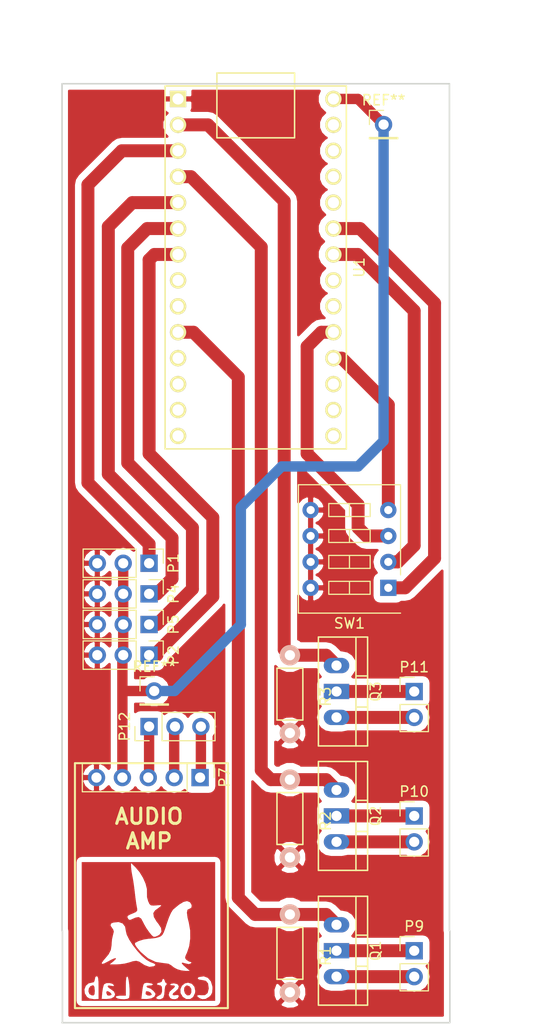
<source format=kicad_pcb>
(kicad_pcb (version 4) (host pcbnew 4.0.2-stable)

  (general
    (links 42)
    (no_connects 0)
    (area 117.916999 31.15 177 131.9248)
    (thickness 1.6)
    (drawings 14)
    (tracks 105)
    (zones 0)
    (modules 20)
    (nets 23)
  )

  (page User 266.7 184.15)
  (title_block
    (title "SealCam - Rover Control Board")
    (date 2017-01-06)
    (rev 1.0)
    (company "UCSC - Costa Lab & JBSOE")
  )

  (layers
    (0 F.Cu signal)
    (31 B.Cu signal)
    (32 B.Adhes user)
    (33 F.Adhes user)
    (34 B.Paste user)
    (35 F.Paste user)
    (36 B.SilkS user)
    (37 F.SilkS user)
    (38 B.Mask user)
    (39 F.Mask user)
    (40 Dwgs.User user)
    (41 Cmts.User user)
    (42 Eco1.User user)
    (43 Eco2.User user)
    (44 Edge.Cuts user)
    (45 Margin user)
    (46 B.CrtYd user)
    (47 F.CrtYd user)
    (48 B.Fab user)
    (49 F.Fab user)
  )

  (setup
    (last_trace_width 0.4064)
    (trace_clearance 0.4064)
    (zone_clearance 0.508)
    (zone_45_only no)
    (trace_min 0.1524)
    (segment_width 0.2)
    (edge_width 0.15)
    (via_size 3)
    (via_drill 1)
    (via_min_size 0.6858)
    (via_min_drill 0.3302)
    (uvia_size 0.2032)
    (uvia_drill 0.1016)
    (uvias_allowed no)
    (uvia_min_size 0.2032)
    (uvia_min_drill 0.1016)
    (pcb_text_width 0.3)
    (pcb_text_size 1.5 1.5)
    (mod_edge_width 0.15)
    (mod_text_size 1 1)
    (mod_text_width 0.15)
    (pad_size 1.7 1.7)
    (pad_drill 1)
    (pad_to_mask_clearance 0.2)
    (aux_axis_origin 0 0)
    (visible_elements 7FFFFFFF)
    (pcbplotparams
      (layerselection 0x00000_00000001)
      (usegerberextensions false)
      (excludeedgelayer true)
      (linewidth 0.100000)
      (plotframeref false)
      (viasonmask false)
      (mode 1)
      (useauxorigin false)
      (hpglpennumber 1)
      (hpglpenspeed 20)
      (hpglpendiameter 15)
      (hpglpenoverlay 2)
      (psnegative false)
      (psa4output false)
      (plotreference false)
      (plotvalue false)
      (plotinvisibletext false)
      (padsonsilk false)
      (subtractmaskfromsilk false)
      (outputformat 4)
      (mirror true)
      (drillshape 0)
      (scaleselection 1)
      (outputdirectory Ouput/))
  )

  (net 0 "")
  (net 1 /SBUS)
  (net 2 /5V)
  (net 3 GND)
  (net 4 /Throttle)
  (net 5 /PanServo)
  (net 6 /TiltServo)
  (net 7 /Audio+)
  (net 8 /Audio-)
  (net 9 /SD)
  (net 10 "Net-(P9-Pad1)")
  (net 11 "Net-(P9-Pad2)")
  (net 12 "Net-(P10-Pad1)")
  (net 13 "Net-(P10-Pad2)")
  (net 14 "Net-(P11-Pad1)")
  (net 15 "Net-(P11-Pad2)")
  (net 16 /D8)
  (net 17 /D2)
  (net 18 /D0)
  (net 19 "Net-(SW1-Pad1)")
  (net 20 "Net-(SW1-Pad2)")
  (net 21 "Net-(SW1-Pad3)")
  (net 22 "Net-(SW1-Pad4)")

  (net_class Default "This is the default net class."
    (clearance 0.4064)
    (trace_width 0.4064)
    (via_dia 3)
    (via_drill 1)
    (uvia_dia 0.2032)
    (uvia_drill 0.1016)
  )

  (net_class Large ""
    (clearance 0.635)
    (trace_width 1.27)
    (via_dia 1.27)
    (via_drill 0.3302)
    (uvia_dia 0.2032)
    (uvia_drill 0.1016)
    (add_net /5V)
    (add_net /Audio+)
    (add_net /Audio-)
    (add_net /D0)
    (add_net /D2)
    (add_net /D8)
    (add_net /PanServo)
    (add_net /SBUS)
    (add_net /SD)
    (add_net /Throttle)
    (add_net /TiltServo)
    (add_net GND)
    (add_net "Net-(SW1-Pad1)")
    (add_net "Net-(SW1-Pad2)")
    (add_net "Net-(SW1-Pad3)")
    (add_net "Net-(SW1-Pad4)")
  )

  (net_class Medium ""
    (clearance 0.635)
    (trace_width 0.635)
    (via_dia 0.762)
    (via_drill 0.3302)
    (uvia_dia 0.2032)
    (uvia_drill 0.1016)
    (add_net "Net-(P10-Pad1)")
    (add_net "Net-(P10-Pad2)")
    (add_net "Net-(P11-Pad1)")
    (add_net "Net-(P11-Pad2)")
    (add_net "Net-(P9-Pad1)")
    (add_net "Net-(P9-Pad2)")
  )

  (module Teensy:Teensy30_31_32_LC (layer F.Cu) (tedit 5870A4B3) (tstamp 58700622)
    (at 143.46 57 270)
    (path /586C6718)
    (fp_text reference U1 (at 0 -10.16 270) (layer F.SilkS)
      (effects (font (size 1 1) (thickness 0.15)))
    )
    (fp_text value Teensy3.2 (at 0 10.16 270) (layer F.Fab)
      (effects (font (size 1 1) (thickness 0.15)))
    )
    (fp_line (start -17.78 3.81) (end -19.05 3.81) (layer F.SilkS) (width 0.15))
    (fp_line (start -19.05 3.81) (end -19.05 -3.81) (layer F.SilkS) (width 0.15))
    (fp_line (start -19.05 -3.81) (end -17.78 -3.81) (layer F.SilkS) (width 0.15))
    (fp_line (start -12.7 3.81) (end -12.7 -3.81) (layer F.SilkS) (width 0.15))
    (fp_line (start -12.7 -3.81) (end -17.78 -3.81) (layer F.SilkS) (width 0.15))
    (fp_line (start -12.7 3.81) (end -17.78 3.81) (layer F.SilkS) (width 0.15))
    (fp_line (start -17.78 -8.89) (end 17.78 -8.89) (layer F.SilkS) (width 0.15))
    (fp_line (start 17.78 -8.89) (end 17.78 8.89) (layer F.SilkS) (width 0.15))
    (fp_line (start 17.78 8.89) (end -17.78 8.89) (layer F.SilkS) (width 0.15))
    (fp_line (start -17.78 8.89) (end -17.78 -8.89) (layer F.SilkS) (width 0.15))
    (pad 20 thru_hole circle (at 16.51 -7.62 270) (size 1.6 1.6) (drill 1.1) (layers *.Cu *.Mask F.SilkS))
    (pad 14 thru_hole circle (at 16.51 7.62 270) (size 1.6 1.6) (drill 1.1) (layers *.Cu *.Mask F.SilkS))
    (pad 21 thru_hole circle (at 13.97 -7.62 270) (size 1.6 1.6) (drill 1.1) (layers *.Cu *.Mask F.SilkS))
    (pad 22 thru_hole circle (at 11.43 -7.62 270) (size 1.6 1.6) (drill 1.1) (layers *.Cu *.Mask F.SilkS))
    (pad 23 thru_hole circle (at 8.89 -7.62 270) (size 1.6 1.6) (drill 1.1) (layers *.Cu *.Mask F.SilkS)
      (net 22 "Net-(SW1-Pad4)"))
    (pad 24 thru_hole circle (at 6.35 -7.62 270) (size 1.6 1.6) (drill 1.1) (layers *.Cu *.Mask F.SilkS)
      (net 21 "Net-(SW1-Pad3)"))
    (pad 25 thru_hole circle (at 3.81 -7.62 270) (size 1.6 1.6) (drill 1.1) (layers *.Cu *.Mask F.SilkS))
    (pad 26 thru_hole circle (at 1.27 -7.62 270) (size 1.6 1.6) (drill 1.1) (layers *.Cu *.Mask F.SilkS))
    (pad 27 thru_hole circle (at -1.27 -7.62 270) (size 1.6 1.6) (drill 1.1) (layers *.Cu *.Mask F.SilkS)
      (net 20 "Net-(SW1-Pad2)"))
    (pad 28 thru_hole circle (at -3.81 -7.62 270) (size 1.6 1.6) (drill 1.1) (layers *.Cu *.Mask F.SilkS)
      (net 19 "Net-(SW1-Pad1)"))
    (pad 29 thru_hole circle (at -6.35 -7.62 270) (size 1.6 1.6) (drill 1.1) (layers *.Cu *.Mask F.SilkS))
    (pad 30 thru_hole circle (at -8.89 -7.62 270) (size 1.6 1.6) (drill 1.1) (layers *.Cu *.Mask F.SilkS))
    (pad 31 thru_hole circle (at -11.43 -7.62 270) (size 1.6 1.6) (drill 1.1) (layers *.Cu *.Mask F.SilkS))
    (pad 32 thru_hole circle (at -13.97 -7.62 270) (size 1.6 1.6) (drill 1.1) (layers *.Cu *.Mask F.SilkS))
    (pad 33 thru_hole circle (at -16.51 -7.62 270) (size 1.6 1.6) (drill 1.1) (layers *.Cu *.Mask F.SilkS)
      (net 2 /5V))
    (pad 13 thru_hole circle (at 13.97 7.62 270) (size 1.6 1.6) (drill 1.1) (layers *.Cu *.Mask F.SilkS))
    (pad 12 thru_hole circle (at 11.43 7.62 270) (size 1.6 1.6) (drill 1.1) (layers *.Cu *.Mask F.SilkS))
    (pad 11 thru_hole circle (at 8.89 7.62 270) (size 1.6 1.6) (drill 1.1) (layers *.Cu *.Mask F.SilkS))
    (pad 10 thru_hole circle (at 6.35 7.62 270) (size 1.6 1.6) (drill 1.1) (layers *.Cu *.Mask F.SilkS)
      (net 16 /D8))
    (pad 9 thru_hole circle (at 3.81 7.62 270) (size 1.6 1.6) (drill 1.1) (layers *.Cu *.Mask F.SilkS))
    (pad 8 thru_hole circle (at 1.27 7.62 270) (size 1.6 1.6) (drill 1.1) (layers *.Cu *.Mask F.SilkS))
    (pad 7 thru_hole circle (at -1.27 7.62 270) (size 1.6 1.6) (drill 1.1) (layers *.Cu *.Mask F.SilkS)
      (net 4 /Throttle))
    (pad 6 thru_hole circle (at -3.81 7.62 270) (size 1.6 1.6) (drill 1.1) (layers *.Cu *.Mask F.SilkS)
      (net 6 /TiltServo))
    (pad 5 thru_hole circle (at -6.35 7.62 270) (size 1.6 1.6) (drill 1.1) (layers *.Cu *.Mask F.SilkS)
      (net 5 /PanServo))
    (pad 4 thru_hole circle (at -8.89 7.62 270) (size 1.6 1.6) (drill 1.1) (layers *.Cu *.Mask F.SilkS)
      (net 17 /D2))
    (pad 3 thru_hole circle (at -11.43 7.62 270) (size 1.6 1.6) (drill 1.1) (layers *.Cu *.Mask F.SilkS)
      (net 1 /SBUS))
    (pad 2 thru_hole circle (at -13.97 7.62 270) (size 1.6 1.6) (drill 1.1) (layers *.Cu *.Mask F.SilkS)
      (net 18 /D0))
    (pad 1 thru_hole rect (at -16.51 7.62 270) (size 1.6 1.6) (drill 1.1) (layers *.Cu *.Mask F.SilkS)
      (net 3 GND))
  )

  (module Pin_Headers:Pin_Header_Straight_1x01_Pitch2.54mm (layer F.Cu) (tedit 5870AA86) (tstamp 5870AFAE)
    (at 133.5 98.5)
    (descr "Through hole straight pin header, 1x01, 2.54mm pitch, single row")
    (tags "Through hole pin header THT 1x01 2.54mm single row")
    (fp_text reference REF** (at 0 -2.39) (layer F.SilkS)
      (effects (font (size 1 1) (thickness 0.15)))
    )
    (fp_text value Pin_Header_Straight_1x01_Pitch2.54mm (at 0 2.39) (layer F.Fab)
      (effects (font (size 1 1) (thickness 0.15)))
    )
    (fp_line (start -1.27 -1.27) (end -1.27 1.27) (layer F.Fab) (width 0.1))
    (fp_line (start -1.27 1.27) (end 1.27 1.27) (layer F.Fab) (width 0.1))
    (fp_line (start 1.27 1.27) (end 1.27 -1.27) (layer F.Fab) (width 0.1))
    (fp_line (start 1.27 -1.27) (end -1.27 -1.27) (layer F.Fab) (width 0.1))
    (fp_line (start -1.39 1.27) (end -1.39 1.39) (layer F.SilkS) (width 0.12))
    (fp_line (start -1.39 1.39) (end 1.39 1.39) (layer F.SilkS) (width 0.12))
    (fp_line (start 1.39 1.39) (end 1.39 1.27) (layer F.SilkS) (width 0.12))
    (fp_line (start 1.39 1.27) (end -1.39 1.27) (layer F.SilkS) (width 0.12))
    (fp_line (start -1.39 0) (end -1.39 -1.39) (layer F.SilkS) (width 0.12))
    (fp_line (start -1.39 -1.39) (end 0 -1.39) (layer F.SilkS) (width 0.12))
    (fp_line (start -1.6 -1.6) (end -1.6 1.6) (layer F.CrtYd) (width 0.05))
    (fp_line (start -1.6 1.6) (end 1.6 1.6) (layer F.CrtYd) (width 0.05))
    (fp_line (start 1.6 1.6) (end 1.6 -1.6) (layer F.CrtYd) (width 0.05))
    (fp_line (start 1.6 -1.6) (end -1.6 -1.6) (layer F.CrtYd) (width 0.05))
    (pad 1 thru_hole circle (at 0 0) (size 1.7 1.7) (drill 1) (layers *.Cu *.Mask)
      (net 2 /5V))
    (model Pin_Headers.3dshapes/Pin_Header_Straight_1x01_Pitch2.54mm.wrl
      (at (xyz 0 0 0))
      (scale (xyz 1 1 1))
      (rotate (xyz 0 0 90))
    )
  )

  (module Pin_Headers:Pin_Header_Straight_1x03_Pitch2.54mm (layer F.Cu) (tedit 5862ED52) (tstamp 5870056C)
    (at 133 85.985 270)
    (descr "Through hole straight pin header, 1x03, 2.54mm pitch, single row")
    (tags "Through hole pin header THT 1x03 2.54mm single row")
    (path /586C6B15)
    (fp_text reference P1 (at 0 -2.39 270) (layer F.SilkS)
      (effects (font (size 1 1) (thickness 0.15)))
    )
    (fp_text value CONN_01X03 (at 0 7.47 270) (layer F.Fab)
      (effects (font (size 1 1) (thickness 0.15)))
    )
    (fp_line (start -1.27 -1.27) (end -1.27 6.35) (layer F.Fab) (width 0.1))
    (fp_line (start -1.27 6.35) (end 1.27 6.35) (layer F.Fab) (width 0.1))
    (fp_line (start 1.27 6.35) (end 1.27 -1.27) (layer F.Fab) (width 0.1))
    (fp_line (start 1.27 -1.27) (end -1.27 -1.27) (layer F.Fab) (width 0.1))
    (fp_line (start -1.39 1.27) (end -1.39 6.47) (layer F.SilkS) (width 0.12))
    (fp_line (start -1.39 6.47) (end 1.39 6.47) (layer F.SilkS) (width 0.12))
    (fp_line (start 1.39 6.47) (end 1.39 1.27) (layer F.SilkS) (width 0.12))
    (fp_line (start 1.39 1.27) (end -1.39 1.27) (layer F.SilkS) (width 0.12))
    (fp_line (start -1.39 0) (end -1.39 -1.39) (layer F.SilkS) (width 0.12))
    (fp_line (start -1.39 -1.39) (end 0 -1.39) (layer F.SilkS) (width 0.12))
    (fp_line (start -1.6 -1.6) (end -1.6 6.6) (layer F.CrtYd) (width 0.05))
    (fp_line (start -1.6 6.6) (end 1.6 6.6) (layer F.CrtYd) (width 0.05))
    (fp_line (start 1.6 6.6) (end 1.6 -1.6) (layer F.CrtYd) (width 0.05))
    (fp_line (start 1.6 -1.6) (end -1.6 -1.6) (layer F.CrtYd) (width 0.05))
    (pad 1 thru_hole rect (at 0 0 270) (size 1.7 1.7) (drill 1) (layers *.Cu *.Mask)
      (net 1 /SBUS))
    (pad 2 thru_hole oval (at 0 2.54 270) (size 1.7 1.7) (drill 1) (layers *.Cu *.Mask)
      (net 2 /5V))
    (pad 3 thru_hole oval (at 0 5.08 270) (size 1.7 1.7) (drill 1) (layers *.Cu *.Mask)
      (net 3 GND))
    (model Pin_Headers.3dshapes/Pin_Header_Straight_1x03_Pitch2.54mm.wrl
      (at (xyz 0 -0.1 0))
      (scale (xyz 1 1 1))
      (rotate (xyz 0 0 90))
    )
  )

  (module Pin_Headers:Pin_Header_Straight_1x03_Pitch2.54mm (layer F.Cu) (tedit 5862ED52) (tstamp 58700573)
    (at 133 94.985 270)
    (descr "Through hole straight pin header, 1x03, 2.54mm pitch, single row")
    (tags "Through hole pin header THT 1x03 2.54mm single row")
    (path /586C7454)
    (fp_text reference P2 (at 0 -2.39 270) (layer F.SilkS)
      (effects (font (size 1 1) (thickness 0.15)))
    )
    (fp_text value CONN_01X03 (at 0 7.47 270) (layer F.Fab)
      (effects (font (size 1 1) (thickness 0.15)))
    )
    (fp_line (start -1.27 -1.27) (end -1.27 6.35) (layer F.Fab) (width 0.1))
    (fp_line (start -1.27 6.35) (end 1.27 6.35) (layer F.Fab) (width 0.1))
    (fp_line (start 1.27 6.35) (end 1.27 -1.27) (layer F.Fab) (width 0.1))
    (fp_line (start 1.27 -1.27) (end -1.27 -1.27) (layer F.Fab) (width 0.1))
    (fp_line (start -1.39 1.27) (end -1.39 6.47) (layer F.SilkS) (width 0.12))
    (fp_line (start -1.39 6.47) (end 1.39 6.47) (layer F.SilkS) (width 0.12))
    (fp_line (start 1.39 6.47) (end 1.39 1.27) (layer F.SilkS) (width 0.12))
    (fp_line (start 1.39 1.27) (end -1.39 1.27) (layer F.SilkS) (width 0.12))
    (fp_line (start -1.39 0) (end -1.39 -1.39) (layer F.SilkS) (width 0.12))
    (fp_line (start -1.39 -1.39) (end 0 -1.39) (layer F.SilkS) (width 0.12))
    (fp_line (start -1.6 -1.6) (end -1.6 6.6) (layer F.CrtYd) (width 0.05))
    (fp_line (start -1.6 6.6) (end 1.6 6.6) (layer F.CrtYd) (width 0.05))
    (fp_line (start 1.6 6.6) (end 1.6 -1.6) (layer F.CrtYd) (width 0.05))
    (fp_line (start 1.6 -1.6) (end -1.6 -1.6) (layer F.CrtYd) (width 0.05))
    (pad 1 thru_hole rect (at 0 0 270) (size 1.7 1.7) (drill 1) (layers *.Cu *.Mask)
      (net 4 /Throttle))
    (pad 2 thru_hole oval (at 0 2.54 270) (size 1.7 1.7) (drill 1) (layers *.Cu *.Mask)
      (net 2 /5V))
    (pad 3 thru_hole oval (at 0 5.08 270) (size 1.7 1.7) (drill 1) (layers *.Cu *.Mask)
      (net 3 GND))
    (model Pin_Headers.3dshapes/Pin_Header_Straight_1x03_Pitch2.54mm.wrl
      (at (xyz 0 -0.1 0))
      (scale (xyz 1 1 1))
      (rotate (xyz 0 0 90))
    )
  )

  (module Pin_Headers:Pin_Header_Straight_1x03_Pitch2.54mm (layer F.Cu) (tedit 5862ED52) (tstamp 58700581)
    (at 133 88.985 270)
    (descr "Through hole straight pin header, 1x03, 2.54mm pitch, single row")
    (tags "Through hole pin header THT 1x03 2.54mm single row")
    (path /586C7664)
    (fp_text reference P4 (at 0 -2.39 270) (layer F.SilkS)
      (effects (font (size 1 1) (thickness 0.15)))
    )
    (fp_text value CONN_01X03 (at 0 7.47 270) (layer F.Fab)
      (effects (font (size 1 1) (thickness 0.15)))
    )
    (fp_line (start -1.27 -1.27) (end -1.27 6.35) (layer F.Fab) (width 0.1))
    (fp_line (start -1.27 6.35) (end 1.27 6.35) (layer F.Fab) (width 0.1))
    (fp_line (start 1.27 6.35) (end 1.27 -1.27) (layer F.Fab) (width 0.1))
    (fp_line (start 1.27 -1.27) (end -1.27 -1.27) (layer F.Fab) (width 0.1))
    (fp_line (start -1.39 1.27) (end -1.39 6.47) (layer F.SilkS) (width 0.12))
    (fp_line (start -1.39 6.47) (end 1.39 6.47) (layer F.SilkS) (width 0.12))
    (fp_line (start 1.39 6.47) (end 1.39 1.27) (layer F.SilkS) (width 0.12))
    (fp_line (start 1.39 1.27) (end -1.39 1.27) (layer F.SilkS) (width 0.12))
    (fp_line (start -1.39 0) (end -1.39 -1.39) (layer F.SilkS) (width 0.12))
    (fp_line (start -1.39 -1.39) (end 0 -1.39) (layer F.SilkS) (width 0.12))
    (fp_line (start -1.6 -1.6) (end -1.6 6.6) (layer F.CrtYd) (width 0.05))
    (fp_line (start -1.6 6.6) (end 1.6 6.6) (layer F.CrtYd) (width 0.05))
    (fp_line (start 1.6 6.6) (end 1.6 -1.6) (layer F.CrtYd) (width 0.05))
    (fp_line (start 1.6 -1.6) (end -1.6 -1.6) (layer F.CrtYd) (width 0.05))
    (pad 1 thru_hole rect (at 0 0 270) (size 1.7 1.7) (drill 1) (layers *.Cu *.Mask)
      (net 5 /PanServo))
    (pad 2 thru_hole oval (at 0 2.54 270) (size 1.7 1.7) (drill 1) (layers *.Cu *.Mask)
      (net 2 /5V))
    (pad 3 thru_hole oval (at 0 5.08 270) (size 1.7 1.7) (drill 1) (layers *.Cu *.Mask)
      (net 3 GND))
    (model Pin_Headers.3dshapes/Pin_Header_Straight_1x03_Pitch2.54mm.wrl
      (at (xyz 0 -0.1 0))
      (scale (xyz 1 1 1))
      (rotate (xyz 0 0 90))
    )
  )

  (module Pin_Headers:Pin_Header_Straight_1x03_Pitch2.54mm (layer F.Cu) (tedit 5862ED52) (tstamp 58700588)
    (at 133 91.985 270)
    (descr "Through hole straight pin header, 1x03, 2.54mm pitch, single row")
    (tags "Through hole pin header THT 1x03 2.54mm single row")
    (path /586C7746)
    (fp_text reference P5 (at 0 -2.39 270) (layer F.SilkS)
      (effects (font (size 1 1) (thickness 0.15)))
    )
    (fp_text value CONN_01X03 (at 0 7.47 270) (layer F.Fab)
      (effects (font (size 1 1) (thickness 0.15)))
    )
    (fp_line (start -1.27 -1.27) (end -1.27 6.35) (layer F.Fab) (width 0.1))
    (fp_line (start -1.27 6.35) (end 1.27 6.35) (layer F.Fab) (width 0.1))
    (fp_line (start 1.27 6.35) (end 1.27 -1.27) (layer F.Fab) (width 0.1))
    (fp_line (start 1.27 -1.27) (end -1.27 -1.27) (layer F.Fab) (width 0.1))
    (fp_line (start -1.39 1.27) (end -1.39 6.47) (layer F.SilkS) (width 0.12))
    (fp_line (start -1.39 6.47) (end 1.39 6.47) (layer F.SilkS) (width 0.12))
    (fp_line (start 1.39 6.47) (end 1.39 1.27) (layer F.SilkS) (width 0.12))
    (fp_line (start 1.39 1.27) (end -1.39 1.27) (layer F.SilkS) (width 0.12))
    (fp_line (start -1.39 0) (end -1.39 -1.39) (layer F.SilkS) (width 0.12))
    (fp_line (start -1.39 -1.39) (end 0 -1.39) (layer F.SilkS) (width 0.12))
    (fp_line (start -1.6 -1.6) (end -1.6 6.6) (layer F.CrtYd) (width 0.05))
    (fp_line (start -1.6 6.6) (end 1.6 6.6) (layer F.CrtYd) (width 0.05))
    (fp_line (start 1.6 6.6) (end 1.6 -1.6) (layer F.CrtYd) (width 0.05))
    (fp_line (start 1.6 -1.6) (end -1.6 -1.6) (layer F.CrtYd) (width 0.05))
    (pad 1 thru_hole rect (at 0 0 270) (size 1.7 1.7) (drill 1) (layers *.Cu *.Mask)
      (net 6 /TiltServo))
    (pad 2 thru_hole oval (at 0 2.54 270) (size 1.7 1.7) (drill 1) (layers *.Cu *.Mask)
      (net 2 /5V))
    (pad 3 thru_hole oval (at 0 5.08 270) (size 1.7 1.7) (drill 1) (layers *.Cu *.Mask)
      (net 3 GND))
    (model Pin_Headers.3dshapes/Pin_Header_Straight_1x03_Pitch2.54mm.wrl
      (at (xyz 0 -0.1 0))
      (scale (xyz 1 1 1))
      (rotate (xyz 0 0 90))
    )
  )

  (module Pin_Headers:Pin_Header_Straight_1x05_Pitch2.54mm (layer F.Cu) (tedit 5862ED52) (tstamp 58700598)
    (at 138 106.985 270)
    (descr "Through hole straight pin header, 1x05, 2.54mm pitch, single row")
    (tags "Through hole pin header THT 1x05 2.54mm single row")
    (path /586C80E1)
    (fp_text reference P7 (at 0 -2.39 270) (layer F.SilkS)
      (effects (font (size 1 1) (thickness 0.15)))
    )
    (fp_text value CONN_01X05 (at 0 12.55 270) (layer F.Fab)
      (effects (font (size 1 1) (thickness 0.15)))
    )
    (fp_line (start -1.27 -1.27) (end -1.27 11.43) (layer F.Fab) (width 0.1))
    (fp_line (start -1.27 11.43) (end 1.27 11.43) (layer F.Fab) (width 0.1))
    (fp_line (start 1.27 11.43) (end 1.27 -1.27) (layer F.Fab) (width 0.1))
    (fp_line (start 1.27 -1.27) (end -1.27 -1.27) (layer F.Fab) (width 0.1))
    (fp_line (start -1.39 1.27) (end -1.39 11.55) (layer F.SilkS) (width 0.12))
    (fp_line (start -1.39 11.55) (end 1.39 11.55) (layer F.SilkS) (width 0.12))
    (fp_line (start 1.39 11.55) (end 1.39 1.27) (layer F.SilkS) (width 0.12))
    (fp_line (start 1.39 1.27) (end -1.39 1.27) (layer F.SilkS) (width 0.12))
    (fp_line (start -1.39 0) (end -1.39 -1.39) (layer F.SilkS) (width 0.12))
    (fp_line (start -1.39 -1.39) (end 0 -1.39) (layer F.SilkS) (width 0.12))
    (fp_line (start -1.6 -1.6) (end -1.6 11.7) (layer F.CrtYd) (width 0.05))
    (fp_line (start -1.6 11.7) (end 1.6 11.7) (layer F.CrtYd) (width 0.05))
    (fp_line (start 1.6 11.7) (end 1.6 -1.6) (layer F.CrtYd) (width 0.05))
    (fp_line (start 1.6 -1.6) (end -1.6 -1.6) (layer F.CrtYd) (width 0.05))
    (pad 1 thru_hole rect (at 0 0 270) (size 1.7 1.7) (drill 1) (layers *.Cu *.Mask)
      (net 7 /Audio+))
    (pad 2 thru_hole oval (at 0 2.54 270) (size 1.7 1.7) (drill 1) (layers *.Cu *.Mask)
      (net 8 /Audio-))
    (pad 3 thru_hole oval (at 0 5.08 270) (size 1.7 1.7) (drill 1) (layers *.Cu *.Mask)
      (net 9 /SD))
    (pad 4 thru_hole oval (at 0 7.62 270) (size 1.7 1.7) (drill 1) (layers *.Cu *.Mask)
      (net 2 /5V))
    (pad 5 thru_hole oval (at 0 10.16 270) (size 1.7 1.7) (drill 1) (layers *.Cu *.Mask)
      (net 3 GND))
    (model Pin_Headers.3dshapes/Pin_Header_Straight_1x05_Pitch2.54mm.wrl
      (at (xyz 0 -0.2 0))
      (scale (xyz 1 1 1))
      (rotate (xyz 0 0 90))
    )
  )

  (module Pin_Headers:Pin_Header_Straight_1x02_Pitch2.54mm (layer F.Cu) (tedit 5862ED52) (tstamp 587005AC)
    (at 159.004 123.952)
    (descr "Through hole straight pin header, 1x02, 2.54mm pitch, single row")
    (tags "Through hole pin header THT 1x02 2.54mm single row")
    (path /58704891)
    (fp_text reference P9 (at 0 -2.39) (layer F.SilkS)
      (effects (font (size 1 1) (thickness 0.15)))
    )
    (fp_text value CONN_01X02 (at 0 4.93) (layer F.Fab)
      (effects (font (size 1 1) (thickness 0.15)))
    )
    (fp_line (start -1.27 -1.27) (end -1.27 3.81) (layer F.Fab) (width 0.1))
    (fp_line (start -1.27 3.81) (end 1.27 3.81) (layer F.Fab) (width 0.1))
    (fp_line (start 1.27 3.81) (end 1.27 -1.27) (layer F.Fab) (width 0.1))
    (fp_line (start 1.27 -1.27) (end -1.27 -1.27) (layer F.Fab) (width 0.1))
    (fp_line (start -1.39 1.27) (end -1.39 3.93) (layer F.SilkS) (width 0.12))
    (fp_line (start -1.39 3.93) (end 1.39 3.93) (layer F.SilkS) (width 0.12))
    (fp_line (start 1.39 3.93) (end 1.39 1.27) (layer F.SilkS) (width 0.12))
    (fp_line (start 1.39 1.27) (end -1.39 1.27) (layer F.SilkS) (width 0.12))
    (fp_line (start -1.39 0) (end -1.39 -1.39) (layer F.SilkS) (width 0.12))
    (fp_line (start -1.39 -1.39) (end 0 -1.39) (layer F.SilkS) (width 0.12))
    (fp_line (start -1.6 -1.6) (end -1.6 4.1) (layer F.CrtYd) (width 0.05))
    (fp_line (start -1.6 4.1) (end 1.6 4.1) (layer F.CrtYd) (width 0.05))
    (fp_line (start 1.6 4.1) (end 1.6 -1.6) (layer F.CrtYd) (width 0.05))
    (fp_line (start 1.6 -1.6) (end -1.6 -1.6) (layer F.CrtYd) (width 0.05))
    (pad 1 thru_hole rect (at 0 0) (size 1.7 1.7) (drill 1) (layers *.Cu *.Mask)
      (net 10 "Net-(P9-Pad1)"))
    (pad 2 thru_hole oval (at 0 2.54) (size 1.7 1.7) (drill 1) (layers *.Cu *.Mask)
      (net 11 "Net-(P9-Pad2)"))
    (model Pin_Headers.3dshapes/Pin_Header_Straight_1x02_Pitch2.54mm.wrl
      (at (xyz 0 -0.05 0))
      (scale (xyz 1 1 1))
      (rotate (xyz 0 0 90))
    )
  )

  (module Pin_Headers:Pin_Header_Straight_1x02_Pitch2.54mm (layer F.Cu) (tedit 5862ED52) (tstamp 587005B2)
    (at 159.004 110.744)
    (descr "Through hole straight pin header, 1x02, 2.54mm pitch, single row")
    (tags "Through hole pin header THT 1x02 2.54mm single row")
    (path /587038F6)
    (fp_text reference P10 (at 0 -2.39) (layer F.SilkS)
      (effects (font (size 1 1) (thickness 0.15)))
    )
    (fp_text value CONN_01X02 (at 0 4.93) (layer F.Fab)
      (effects (font (size 1 1) (thickness 0.15)))
    )
    (fp_line (start -1.27 -1.27) (end -1.27 3.81) (layer F.Fab) (width 0.1))
    (fp_line (start -1.27 3.81) (end 1.27 3.81) (layer F.Fab) (width 0.1))
    (fp_line (start 1.27 3.81) (end 1.27 -1.27) (layer F.Fab) (width 0.1))
    (fp_line (start 1.27 -1.27) (end -1.27 -1.27) (layer F.Fab) (width 0.1))
    (fp_line (start -1.39 1.27) (end -1.39 3.93) (layer F.SilkS) (width 0.12))
    (fp_line (start -1.39 3.93) (end 1.39 3.93) (layer F.SilkS) (width 0.12))
    (fp_line (start 1.39 3.93) (end 1.39 1.27) (layer F.SilkS) (width 0.12))
    (fp_line (start 1.39 1.27) (end -1.39 1.27) (layer F.SilkS) (width 0.12))
    (fp_line (start -1.39 0) (end -1.39 -1.39) (layer F.SilkS) (width 0.12))
    (fp_line (start -1.39 -1.39) (end 0 -1.39) (layer F.SilkS) (width 0.12))
    (fp_line (start -1.6 -1.6) (end -1.6 4.1) (layer F.CrtYd) (width 0.05))
    (fp_line (start -1.6 4.1) (end 1.6 4.1) (layer F.CrtYd) (width 0.05))
    (fp_line (start 1.6 4.1) (end 1.6 -1.6) (layer F.CrtYd) (width 0.05))
    (fp_line (start 1.6 -1.6) (end -1.6 -1.6) (layer F.CrtYd) (width 0.05))
    (pad 1 thru_hole rect (at 0 0) (size 1.7 1.7) (drill 1) (layers *.Cu *.Mask)
      (net 12 "Net-(P10-Pad1)"))
    (pad 2 thru_hole oval (at 0 2.54) (size 1.7 1.7) (drill 1) (layers *.Cu *.Mask)
      (net 13 "Net-(P10-Pad2)"))
    (model Pin_Headers.3dshapes/Pin_Header_Straight_1x02_Pitch2.54mm.wrl
      (at (xyz 0 -0.05 0))
      (scale (xyz 1 1 1))
      (rotate (xyz 0 0 90))
    )
  )

  (module Pin_Headers:Pin_Header_Straight_1x02_Pitch2.54mm (layer F.Cu) (tedit 5862ED52) (tstamp 587005B8)
    (at 159.004 98.552)
    (descr "Through hole straight pin header, 1x02, 2.54mm pitch, single row")
    (tags "Through hole pin header THT 1x02 2.54mm single row")
    (path /58702F9D)
    (fp_text reference P11 (at 0 -2.39) (layer F.SilkS)
      (effects (font (size 1 1) (thickness 0.15)))
    )
    (fp_text value CONN_01X02 (at 0 4.93) (layer F.Fab)
      (effects (font (size 1 1) (thickness 0.15)))
    )
    (fp_line (start -1.27 -1.27) (end -1.27 3.81) (layer F.Fab) (width 0.1))
    (fp_line (start -1.27 3.81) (end 1.27 3.81) (layer F.Fab) (width 0.1))
    (fp_line (start 1.27 3.81) (end 1.27 -1.27) (layer F.Fab) (width 0.1))
    (fp_line (start 1.27 -1.27) (end -1.27 -1.27) (layer F.Fab) (width 0.1))
    (fp_line (start -1.39 1.27) (end -1.39 3.93) (layer F.SilkS) (width 0.12))
    (fp_line (start -1.39 3.93) (end 1.39 3.93) (layer F.SilkS) (width 0.12))
    (fp_line (start 1.39 3.93) (end 1.39 1.27) (layer F.SilkS) (width 0.12))
    (fp_line (start 1.39 1.27) (end -1.39 1.27) (layer F.SilkS) (width 0.12))
    (fp_line (start -1.39 0) (end -1.39 -1.39) (layer F.SilkS) (width 0.12))
    (fp_line (start -1.39 -1.39) (end 0 -1.39) (layer F.SilkS) (width 0.12))
    (fp_line (start -1.6 -1.6) (end -1.6 4.1) (layer F.CrtYd) (width 0.05))
    (fp_line (start -1.6 4.1) (end 1.6 4.1) (layer F.CrtYd) (width 0.05))
    (fp_line (start 1.6 4.1) (end 1.6 -1.6) (layer F.CrtYd) (width 0.05))
    (fp_line (start 1.6 -1.6) (end -1.6 -1.6) (layer F.CrtYd) (width 0.05))
    (pad 1 thru_hole rect (at 0 0) (size 1.7 1.7) (drill 1) (layers *.Cu *.Mask)
      (net 14 "Net-(P11-Pad1)"))
    (pad 2 thru_hole oval (at 0 2.54) (size 1.7 1.7) (drill 1) (layers *.Cu *.Mask)
      (net 15 "Net-(P11-Pad2)"))
    (model Pin_Headers.3dshapes/Pin_Header_Straight_1x02_Pitch2.54mm.wrl
      (at (xyz 0 -0.05 0))
      (scale (xyz 1 1 1))
      (rotate (xyz 0 0 90))
    )
  )

  (module Diodes_ThroughHole:Diode_TO-220_Dual_CommonCathode_Vertical (layer F.Cu) (tedit 5538ADCA) (tstamp 587005BF)
    (at 151.384 121.412 270)
    (descr "TO-220, Diode, Dual, Common Cathode,Vertical,")
    (tags "TO-220, Diode, Dual, Common Cathode, Vertical,")
    (path /5870487D)
    (fp_text reference Q1 (at 2.54762 -3.83794 270) (layer F.SilkS)
      (effects (font (size 1 1) (thickness 0.15)))
    )
    (fp_text value Q_NMOS_GDS (at 2.55778 2.83972 270) (layer F.Fab)
      (effects (font (size 1 1) (thickness 0.15)))
    )
    (fp_line (start 1.01346 -3.048) (end 1.01346 -1.905) (layer F.SilkS) (width 0.15))
    (fp_line (start 4.06146 -3.048) (end 4.06146 -1.905) (layer F.SilkS) (width 0.15))
    (fp_line (start 7.87146 -1.905) (end 7.87146 1.778) (layer F.SilkS) (width 0.15))
    (fp_line (start 7.87146 1.778) (end -2.79654 1.778) (layer F.SilkS) (width 0.15))
    (fp_line (start -2.79654 1.778) (end -2.79654 -1.905) (layer F.SilkS) (width 0.15))
    (fp_line (start 7.87146 -3.048) (end 7.87146 -1.905) (layer F.SilkS) (width 0.15))
    (fp_line (start 7.87146 -1.905) (end -2.79654 -1.905) (layer F.SilkS) (width 0.15))
    (fp_line (start -2.79654 -1.905) (end -2.79654 -3.048) (layer F.SilkS) (width 0.15))
    (fp_line (start 2.53746 -3.048) (end -2.79654 -3.048) (layer F.SilkS) (width 0.15))
    (fp_line (start 2.53746 -3.048) (end 7.87146 -3.048) (layer F.SilkS) (width 0.15))
    (pad 2 thru_hole rect (at 2.53746 0) (size 2.49936 1.50114) (drill 1.00076) (layers *.Cu *.Mask)
      (net 10 "Net-(P9-Pad1)"))
    (pad 1 thru_hole oval (at -0.00254 0) (size 2.49936 1.50114) (drill 1.00076) (layers *.Cu *.Mask)
      (net 16 /D8))
    (pad 3 thru_hole oval (at 5.07746 0) (size 2.49936 1.50114) (drill 1.00076) (layers *.Cu *.Mask)
      (net 11 "Net-(P9-Pad2)"))
    (model Diodes_ThroughHole.3dshapes/Diode_TO-220_Dual_CommonCathode_Vertical.wrl
      (at (xyz 0.1 0 0))
      (scale (xyz 0.3937 0.3937 0.3937))
      (rotate (xyz 0 0 0))
    )
  )

  (module Diodes_ThroughHole:Diode_TO-220_Dual_CommonCathode_Vertical (layer F.Cu) (tedit 5538ADCA) (tstamp 587005C6)
    (at 151.384 108.204 270)
    (descr "TO-220, Diode, Dual, Common Cathode,Vertical,")
    (tags "TO-220, Diode, Dual, Common Cathode, Vertical,")
    (path /587038E2)
    (fp_text reference Q2 (at 2.54762 -3.83794 270) (layer F.SilkS)
      (effects (font (size 1 1) (thickness 0.15)))
    )
    (fp_text value Q_NMOS_GDS (at 2.55778 2.83972 270) (layer F.Fab)
      (effects (font (size 1 1) (thickness 0.15)))
    )
    (fp_line (start 1.01346 -3.048) (end 1.01346 -1.905) (layer F.SilkS) (width 0.15))
    (fp_line (start 4.06146 -3.048) (end 4.06146 -1.905) (layer F.SilkS) (width 0.15))
    (fp_line (start 7.87146 -1.905) (end 7.87146 1.778) (layer F.SilkS) (width 0.15))
    (fp_line (start 7.87146 1.778) (end -2.79654 1.778) (layer F.SilkS) (width 0.15))
    (fp_line (start -2.79654 1.778) (end -2.79654 -1.905) (layer F.SilkS) (width 0.15))
    (fp_line (start 7.87146 -3.048) (end 7.87146 -1.905) (layer F.SilkS) (width 0.15))
    (fp_line (start 7.87146 -1.905) (end -2.79654 -1.905) (layer F.SilkS) (width 0.15))
    (fp_line (start -2.79654 -1.905) (end -2.79654 -3.048) (layer F.SilkS) (width 0.15))
    (fp_line (start 2.53746 -3.048) (end -2.79654 -3.048) (layer F.SilkS) (width 0.15))
    (fp_line (start 2.53746 -3.048) (end 7.87146 -3.048) (layer F.SilkS) (width 0.15))
    (pad 2 thru_hole rect (at 2.53746 0) (size 2.49936 1.50114) (drill 1.00076) (layers *.Cu *.Mask)
      (net 12 "Net-(P10-Pad1)"))
    (pad 1 thru_hole oval (at -0.00254 0) (size 2.49936 1.50114) (drill 1.00076) (layers *.Cu *.Mask)
      (net 17 /D2))
    (pad 3 thru_hole oval (at 5.07746 0) (size 2.49936 1.50114) (drill 1.00076) (layers *.Cu *.Mask)
      (net 13 "Net-(P10-Pad2)"))
    (model Diodes_ThroughHole.3dshapes/Diode_TO-220_Dual_CommonCathode_Vertical.wrl
      (at (xyz 0.1 0 0))
      (scale (xyz 0.3937 0.3937 0.3937))
      (rotate (xyz 0 0 0))
    )
  )

  (module Diodes_ThroughHole:Diode_TO-220_Dual_CommonCathode_Vertical (layer F.Cu) (tedit 5538ADCA) (tstamp 587005CD)
    (at 151.384 96.012 270)
    (descr "TO-220, Diode, Dual, Common Cathode,Vertical,")
    (tags "TO-220, Diode, Dual, Common Cathode, Vertical,")
    (path /587026B6)
    (fp_text reference Q3 (at 2.54762 -3.83794 270) (layer F.SilkS)
      (effects (font (size 1 1) (thickness 0.15)))
    )
    (fp_text value Q_NMOS_GDS (at 2.55778 2.83972 270) (layer F.Fab)
      (effects (font (size 1 1) (thickness 0.15)))
    )
    (fp_line (start 1.01346 -3.048) (end 1.01346 -1.905) (layer F.SilkS) (width 0.15))
    (fp_line (start 4.06146 -3.048) (end 4.06146 -1.905) (layer F.SilkS) (width 0.15))
    (fp_line (start 7.87146 -1.905) (end 7.87146 1.778) (layer F.SilkS) (width 0.15))
    (fp_line (start 7.87146 1.778) (end -2.79654 1.778) (layer F.SilkS) (width 0.15))
    (fp_line (start -2.79654 1.778) (end -2.79654 -1.905) (layer F.SilkS) (width 0.15))
    (fp_line (start 7.87146 -3.048) (end 7.87146 -1.905) (layer F.SilkS) (width 0.15))
    (fp_line (start 7.87146 -1.905) (end -2.79654 -1.905) (layer F.SilkS) (width 0.15))
    (fp_line (start -2.79654 -1.905) (end -2.79654 -3.048) (layer F.SilkS) (width 0.15))
    (fp_line (start 2.53746 -3.048) (end -2.79654 -3.048) (layer F.SilkS) (width 0.15))
    (fp_line (start 2.53746 -3.048) (end 7.87146 -3.048) (layer F.SilkS) (width 0.15))
    (pad 2 thru_hole rect (at 2.53746 0) (size 2.49936 1.50114) (drill 1.00076) (layers *.Cu *.Mask)
      (net 14 "Net-(P11-Pad1)"))
    (pad 1 thru_hole oval (at -0.00254 0) (size 2.49936 1.50114) (drill 1.00076) (layers *.Cu *.Mask)
      (net 18 /D0))
    (pad 3 thru_hole oval (at 5.07746 0) (size 2.49936 1.50114) (drill 1.00076) (layers *.Cu *.Mask)
      (net 15 "Net-(P11-Pad2)"))
    (model Diodes_ThroughHole.3dshapes/Diode_TO-220_Dual_CommonCathode_Vertical.wrl
      (at (xyz 0.1 0 0))
      (scale (xyz 0.3937 0.3937 0.3937))
      (rotate (xyz 0 0 0))
    )
  )

  (module Resistors_ThroughHole:Resistor_Horizontal_RM7mm (layer F.Cu) (tedit 569FCF07) (tstamp 587005D3)
    (at 146.812 120.396 270)
    (descr "Resistor, Axial,  RM 7.62mm, 1/3W,")
    (tags "Resistor Axial RM 7.62mm 1/3W R3")
    (path /58704883)
    (fp_text reference R1 (at 4.05892 -3.50012 270) (layer F.SilkS)
      (effects (font (size 1 1) (thickness 0.15)))
    )
    (fp_text value R (at 3.81 3.81 270) (layer F.Fab)
      (effects (font (size 1 1) (thickness 0.15)))
    )
    (fp_line (start -1.25 -1.5) (end 8.85 -1.5) (layer F.CrtYd) (width 0.05))
    (fp_line (start -1.25 1.5) (end -1.25 -1.5) (layer F.CrtYd) (width 0.05))
    (fp_line (start 8.85 -1.5) (end 8.85 1.5) (layer F.CrtYd) (width 0.05))
    (fp_line (start -1.25 1.5) (end 8.85 1.5) (layer F.CrtYd) (width 0.05))
    (fp_line (start 1.27 -1.27) (end 6.35 -1.27) (layer F.SilkS) (width 0.15))
    (fp_line (start 6.35 -1.27) (end 6.35 1.27) (layer F.SilkS) (width 0.15))
    (fp_line (start 6.35 1.27) (end 1.27 1.27) (layer F.SilkS) (width 0.15))
    (fp_line (start 1.27 1.27) (end 1.27 -1.27) (layer F.SilkS) (width 0.15))
    (pad 1 thru_hole circle (at 0 0 270) (size 1.99898 1.99898) (drill 1.00076) (layers *.Cu *.SilkS *.Mask)
      (net 16 /D8))
    (pad 2 thru_hole circle (at 7.62 0 270) (size 1.99898 1.99898) (drill 1.00076) (layers *.Cu *.SilkS *.Mask)
      (net 3 GND))
  )

  (module Resistors_ThroughHole:Resistor_Horizontal_RM7mm (layer F.Cu) (tedit 569FCF07) (tstamp 587005D9)
    (at 146.812 107.188 270)
    (descr "Resistor, Axial,  RM 7.62mm, 1/3W,")
    (tags "Resistor Axial RM 7.62mm 1/3W R3")
    (path /587038E8)
    (fp_text reference R2 (at 4.05892 -3.50012 270) (layer F.SilkS)
      (effects (font (size 1 1) (thickness 0.15)))
    )
    (fp_text value R (at 3.81 3.81 270) (layer F.Fab)
      (effects (font (size 1 1) (thickness 0.15)))
    )
    (fp_line (start -1.25 -1.5) (end 8.85 -1.5) (layer F.CrtYd) (width 0.05))
    (fp_line (start -1.25 1.5) (end -1.25 -1.5) (layer F.CrtYd) (width 0.05))
    (fp_line (start 8.85 -1.5) (end 8.85 1.5) (layer F.CrtYd) (width 0.05))
    (fp_line (start -1.25 1.5) (end 8.85 1.5) (layer F.CrtYd) (width 0.05))
    (fp_line (start 1.27 -1.27) (end 6.35 -1.27) (layer F.SilkS) (width 0.15))
    (fp_line (start 6.35 -1.27) (end 6.35 1.27) (layer F.SilkS) (width 0.15))
    (fp_line (start 6.35 1.27) (end 1.27 1.27) (layer F.SilkS) (width 0.15))
    (fp_line (start 1.27 1.27) (end 1.27 -1.27) (layer F.SilkS) (width 0.15))
    (pad 1 thru_hole circle (at 0 0 270) (size 1.99898 1.99898) (drill 1.00076) (layers *.Cu *.SilkS *.Mask)
      (net 17 /D2))
    (pad 2 thru_hole circle (at 7.62 0 270) (size 1.99898 1.99898) (drill 1.00076) (layers *.Cu *.SilkS *.Mask)
      (net 3 GND))
  )

  (module Resistors_ThroughHole:Resistor_Horizontal_RM7mm (layer F.Cu) (tedit 569FCF07) (tstamp 587005DF)
    (at 146.812 94.996 270)
    (descr "Resistor, Axial,  RM 7.62mm, 1/3W,")
    (tags "Resistor Axial RM 7.62mm 1/3W R3")
    (path /58702A25)
    (fp_text reference R3 (at 4.05892 -3.50012 270) (layer F.SilkS)
      (effects (font (size 1 1) (thickness 0.15)))
    )
    (fp_text value R (at 3.81 3.81 270) (layer F.Fab)
      (effects (font (size 1 1) (thickness 0.15)))
    )
    (fp_line (start -1.25 -1.5) (end 8.85 -1.5) (layer F.CrtYd) (width 0.05))
    (fp_line (start -1.25 1.5) (end -1.25 -1.5) (layer F.CrtYd) (width 0.05))
    (fp_line (start 8.85 -1.5) (end 8.85 1.5) (layer F.CrtYd) (width 0.05))
    (fp_line (start -1.25 1.5) (end 8.85 1.5) (layer F.CrtYd) (width 0.05))
    (fp_line (start 1.27 -1.27) (end 6.35 -1.27) (layer F.SilkS) (width 0.15))
    (fp_line (start 6.35 -1.27) (end 6.35 1.27) (layer F.SilkS) (width 0.15))
    (fp_line (start 6.35 1.27) (end 1.27 1.27) (layer F.SilkS) (width 0.15))
    (fp_line (start 1.27 1.27) (end 1.27 -1.27) (layer F.SilkS) (width 0.15))
    (pad 1 thru_hole circle (at 0 0 270) (size 1.99898 1.99898) (drill 1.00076) (layers *.Cu *.SilkS *.Mask)
      (net 18 /D0))
    (pad 2 thru_hole circle (at 7.62 0 270) (size 1.99898 1.99898) (drill 1.00076) (layers *.Cu *.SilkS *.Mask)
      (net 3 GND))
  )

  (module Buttons_Switches_ThroughHole:SW_DIP_x4_W7.62mm_Slide (layer F.Cu) (tedit 5862A068) (tstamp 587005EB)
    (at 156.464 88.392 180)
    (descr "4x-dip-switch, Slide, row spacing 7.62 mm (300 mils)")
    (tags "DIP Switch Slide 7.62mm 300mil")
    (path /586C429D)
    (fp_text reference SW1 (at 3.81 -3.48 180) (layer F.SilkS)
      (effects (font (size 1 1) (thickness 0.15)))
    )
    (fp_text value DIP_SW_4 (at 3.81 11.1 180) (layer F.Fab)
      (effects (font (size 1 1) (thickness 0.15)))
    )
    (fp_line (start -0.08 -2.36) (end 8.7 -2.36) (layer F.Fab) (width 0.1))
    (fp_line (start 8.7 -2.36) (end 8.7 9.98) (layer F.Fab) (width 0.1))
    (fp_line (start 8.7 9.98) (end -1.08 9.98) (layer F.Fab) (width 0.1))
    (fp_line (start -1.08 9.98) (end -1.08 -1.36) (layer F.Fab) (width 0.1))
    (fp_line (start -1.08 -1.36) (end -0.08 -2.36) (layer F.Fab) (width 0.1))
    (fp_line (start 1.78 -0.635) (end 1.78 0.635) (layer F.Fab) (width 0.1))
    (fp_line (start 1.78 0.635) (end 5.84 0.635) (layer F.Fab) (width 0.1))
    (fp_line (start 5.84 0.635) (end 5.84 -0.635) (layer F.Fab) (width 0.1))
    (fp_line (start 5.84 -0.635) (end 1.78 -0.635) (layer F.Fab) (width 0.1))
    (fp_line (start 3.81 -0.635) (end 3.81 0.635) (layer F.Fab) (width 0.1))
    (fp_line (start 1.78 1.905) (end 1.78 3.175) (layer F.Fab) (width 0.1))
    (fp_line (start 1.78 3.175) (end 5.84 3.175) (layer F.Fab) (width 0.1))
    (fp_line (start 5.84 3.175) (end 5.84 1.905) (layer F.Fab) (width 0.1))
    (fp_line (start 5.84 1.905) (end 1.78 1.905) (layer F.Fab) (width 0.1))
    (fp_line (start 3.81 1.905) (end 3.81 3.175) (layer F.Fab) (width 0.1))
    (fp_line (start 1.78 4.445) (end 1.78 5.715) (layer F.Fab) (width 0.1))
    (fp_line (start 1.78 5.715) (end 5.84 5.715) (layer F.Fab) (width 0.1))
    (fp_line (start 5.84 5.715) (end 5.84 4.445) (layer F.Fab) (width 0.1))
    (fp_line (start 5.84 4.445) (end 1.78 4.445) (layer F.Fab) (width 0.1))
    (fp_line (start 3.81 4.445) (end 3.81 5.715) (layer F.Fab) (width 0.1))
    (fp_line (start 1.78 6.985) (end 1.78 8.255) (layer F.Fab) (width 0.1))
    (fp_line (start 1.78 8.255) (end 5.84 8.255) (layer F.Fab) (width 0.1))
    (fp_line (start 5.84 8.255) (end 5.84 6.985) (layer F.Fab) (width 0.1))
    (fp_line (start 5.84 6.985) (end 1.78 6.985) (layer F.Fab) (width 0.1))
    (fp_line (start 3.81 6.985) (end 3.81 8.255) (layer F.Fab) (width 0.1))
    (fp_line (start -1.2 -2.48) (end 8.82 -2.48) (layer F.SilkS) (width 0.12))
    (fp_line (start 8.82 -2.48) (end 8.82 10.1) (layer F.SilkS) (width 0.12))
    (fp_line (start 8.82 10.1) (end -1.2 10.1) (layer F.SilkS) (width 0.12))
    (fp_line (start -1.2 10.1) (end -1.2 1.27) (layer F.SilkS) (width 0.12))
    (fp_line (start 1.78 -0.635) (end 1.78 0.635) (layer F.SilkS) (width 0.12))
    (fp_line (start 1.78 0.635) (end 5.84 0.635) (layer F.SilkS) (width 0.12))
    (fp_line (start 5.84 0.635) (end 5.84 -0.635) (layer F.SilkS) (width 0.12))
    (fp_line (start 5.84 -0.635) (end 1.78 -0.635) (layer F.SilkS) (width 0.12))
    (fp_line (start 3.81 -0.635) (end 3.81 0.635) (layer F.SilkS) (width 0.12))
    (fp_line (start 1.78 1.905) (end 1.78 3.175) (layer F.SilkS) (width 0.12))
    (fp_line (start 1.78 3.175) (end 5.84 3.175) (layer F.SilkS) (width 0.12))
    (fp_line (start 5.84 3.175) (end 5.84 1.905) (layer F.SilkS) (width 0.12))
    (fp_line (start 5.84 1.905) (end 1.78 1.905) (layer F.SilkS) (width 0.12))
    (fp_line (start 3.81 1.905) (end 3.81 3.175) (layer F.SilkS) (width 0.12))
    (fp_line (start 1.78 4.445) (end 1.78 5.715) (layer F.SilkS) (width 0.12))
    (fp_line (start 1.78 5.715) (end 5.84 5.715) (layer F.SilkS) (width 0.12))
    (fp_line (start 5.84 5.715) (end 5.84 4.445) (layer F.SilkS) (width 0.12))
    (fp_line (start 5.84 4.445) (end 1.78 4.445) (layer F.SilkS) (width 0.12))
    (fp_line (start 3.81 4.445) (end 3.81 5.715) (layer F.SilkS) (width 0.12))
    (fp_line (start 1.78 6.985) (end 1.78 8.255) (layer F.SilkS) (width 0.12))
    (fp_line (start 1.78 8.255) (end 5.84 8.255) (layer F.SilkS) (width 0.12))
    (fp_line (start 5.84 8.255) (end 5.84 6.985) (layer F.SilkS) (width 0.12))
    (fp_line (start 5.84 6.985) (end 1.78 6.985) (layer F.SilkS) (width 0.12))
    (fp_line (start 3.81 6.985) (end 3.81 8.255) (layer F.SilkS) (width 0.12))
    (fp_line (start -1.4 -2.7) (end -1.4 10.3) (layer F.CrtYd) (width 0.05))
    (fp_line (start -1.4 10.3) (end 9 10.3) (layer F.CrtYd) (width 0.05))
    (fp_line (start 9 10.3) (end 9 -2.7) (layer F.CrtYd) (width 0.05))
    (fp_line (start 9 -2.7) (end -1.4 -2.7) (layer F.CrtYd) (width 0.05))
    (pad 1 thru_hole rect (at 0 0 180) (size 1.6 1.6) (drill 0.8) (layers *.Cu *.Mask)
      (net 19 "Net-(SW1-Pad1)"))
    (pad 5 thru_hole oval (at 7.62 7.62 180) (size 1.6 1.6) (drill 0.8) (layers *.Cu *.Mask)
      (net 3 GND))
    (pad 2 thru_hole oval (at 0 2.54 180) (size 1.6 1.6) (drill 0.8) (layers *.Cu *.Mask)
      (net 20 "Net-(SW1-Pad2)"))
    (pad 6 thru_hole oval (at 7.62 5.08 180) (size 1.6 1.6) (drill 0.8) (layers *.Cu *.Mask)
      (net 3 GND))
    (pad 3 thru_hole oval (at 0 5.08 180) (size 1.6 1.6) (drill 0.8) (layers *.Cu *.Mask)
      (net 21 "Net-(SW1-Pad3)"))
    (pad 7 thru_hole oval (at 7.62 2.54 180) (size 1.6 1.6) (drill 0.8) (layers *.Cu *.Mask)
      (net 3 GND))
    (pad 4 thru_hole oval (at 0 7.62 180) (size 1.6 1.6) (drill 0.8) (layers *.Cu *.Mask)
      (net 22 "Net-(SW1-Pad4)"))
    (pad 8 thru_hole oval (at 7.62 0 180) (size 1.6 1.6) (drill 0.8) (layers *.Cu *.Mask)
      (net 3 GND))
    (model Buttons_Switches_ThroughHole.3dshapes/SW_DIP_x4_W7.62mm_Slide.wrl
      (at (xyz 0 0 0))
      (scale (xyz 1 1 1))
      (rotate (xyz 0 0 90))
    )
  )

  (module Pin_Headers:Pin_Header_Straight_1x03_Pitch2.54mm (layer F.Cu) (tedit 5862ED52) (tstamp 587009DA)
    (at 133 101.985 90)
    (descr "Through hole straight pin header, 1x03, 2.54mm pitch, single row")
    (tags "Through hole pin header THT 1x03 2.54mm single row")
    (path /5870C3C5)
    (fp_text reference P12 (at 0 -2.39 90) (layer F.SilkS)
      (effects (font (size 1 1) (thickness 0.15)))
    )
    (fp_text value CONN_01X03 (at 0 7.47 90) (layer F.Fab)
      (effects (font (size 1 1) (thickness 0.15)))
    )
    (fp_line (start -1.27 -1.27) (end -1.27 6.35) (layer F.Fab) (width 0.1))
    (fp_line (start -1.27 6.35) (end 1.27 6.35) (layer F.Fab) (width 0.1))
    (fp_line (start 1.27 6.35) (end 1.27 -1.27) (layer F.Fab) (width 0.1))
    (fp_line (start 1.27 -1.27) (end -1.27 -1.27) (layer F.Fab) (width 0.1))
    (fp_line (start -1.39 1.27) (end -1.39 6.47) (layer F.SilkS) (width 0.12))
    (fp_line (start -1.39 6.47) (end 1.39 6.47) (layer F.SilkS) (width 0.12))
    (fp_line (start 1.39 6.47) (end 1.39 1.27) (layer F.SilkS) (width 0.12))
    (fp_line (start 1.39 1.27) (end -1.39 1.27) (layer F.SilkS) (width 0.12))
    (fp_line (start -1.39 0) (end -1.39 -1.39) (layer F.SilkS) (width 0.12))
    (fp_line (start -1.39 -1.39) (end 0 -1.39) (layer F.SilkS) (width 0.12))
    (fp_line (start -1.6 -1.6) (end -1.6 6.6) (layer F.CrtYd) (width 0.05))
    (fp_line (start -1.6 6.6) (end 1.6 6.6) (layer F.CrtYd) (width 0.05))
    (fp_line (start 1.6 6.6) (end 1.6 -1.6) (layer F.CrtYd) (width 0.05))
    (fp_line (start 1.6 -1.6) (end -1.6 -1.6) (layer F.CrtYd) (width 0.05))
    (pad 1 thru_hole rect (at 0 0 90) (size 1.7 1.7) (drill 1) (layers *.Cu *.Mask)
      (net 9 /SD))
    (pad 2 thru_hole oval (at 0 2.54 90) (size 1.7 1.7) (drill 1) (layers *.Cu *.Mask)
      (net 8 /Audio-))
    (pad 3 thru_hole oval (at 0 5.08 90) (size 1.7 1.7) (drill 1) (layers *.Cu *.Mask)
      (net 7 /Audio+))
    (model Pin_Headers.3dshapes/Pin_Header_Straight_1x03_Pitch2.54mm.wrl
      (at (xyz 0 -0.1 0))
      (scale (xyz 1 1 1))
      (rotate (xyz 0 0 90))
    )
  )

  (module Pin_Headers:Pin_Header_Straight_1x01_Pitch2.54mm (layer F.Cu) (tedit 5870AA86) (tstamp 5870AF5A)
    (at 156 43)
    (descr "Through hole straight pin header, 1x01, 2.54mm pitch, single row")
    (tags "Through hole pin header THT 1x01 2.54mm single row")
    (fp_text reference REF** (at 0 -2.39) (layer F.SilkS)
      (effects (font (size 1 1) (thickness 0.15)))
    )
    (fp_text value Pin_Header_Straight_1x01_Pitch2.54mm (at 0 2.39) (layer F.Fab)
      (effects (font (size 1 1) (thickness 0.15)))
    )
    (fp_line (start -1.27 -1.27) (end -1.27 1.27) (layer F.Fab) (width 0.1))
    (fp_line (start -1.27 1.27) (end 1.27 1.27) (layer F.Fab) (width 0.1))
    (fp_line (start 1.27 1.27) (end 1.27 -1.27) (layer F.Fab) (width 0.1))
    (fp_line (start 1.27 -1.27) (end -1.27 -1.27) (layer F.Fab) (width 0.1))
    (fp_line (start -1.39 1.27) (end -1.39 1.39) (layer F.SilkS) (width 0.12))
    (fp_line (start -1.39 1.39) (end 1.39 1.39) (layer F.SilkS) (width 0.12))
    (fp_line (start 1.39 1.39) (end 1.39 1.27) (layer F.SilkS) (width 0.12))
    (fp_line (start 1.39 1.27) (end -1.39 1.27) (layer F.SilkS) (width 0.12))
    (fp_line (start -1.39 0) (end -1.39 -1.39) (layer F.SilkS) (width 0.12))
    (fp_line (start -1.39 -1.39) (end 0 -1.39) (layer F.SilkS) (width 0.12))
    (fp_line (start -1.6 -1.6) (end -1.6 1.6) (layer F.CrtYd) (width 0.05))
    (fp_line (start -1.6 1.6) (end 1.6 1.6) (layer F.CrtYd) (width 0.05))
    (fp_line (start 1.6 1.6) (end 1.6 -1.6) (layer F.CrtYd) (width 0.05))
    (fp_line (start 1.6 -1.6) (end -1.6 -1.6) (layer F.CrtYd) (width 0.05))
    (pad 1 thru_hole circle (at 0 0) (size 1.7 1.7) (drill 1) (layers *.Cu *.Mask)
      (net 2 /5V))
    (model Pin_Headers.3dshapes/Pin_Header_Straight_1x01_Pitch2.54mm.wrl
      (at (xyz 0 0 0))
      (scale (xyz 1 1 1))
      (rotate (xyz 0 0 90))
    )
  )

  (module Logos:CostaLab_SmallCopper_mirrored (layer F.Cu) (tedit 58714C92) (tstamp 58715064)
    (at 133 122)
    (fp_text reference G*** (at -4.1 8) (layer F.SilkS) hide
      (effects (font (thickness 0.3)))
    )
    (fp_text value LOGO (at 3.7 8.2) (layer F.SilkS) hide
      (effects (font (thickness 0.3)))
    )
    (fp_poly (pts (xy -6.604 6.858) (xy 6.477 6.858) (xy 6.477 5.636509) (xy 6.223 5.636509)
      (xy 6.190513 6.03954) (xy 6.063765 6.302735) (xy 5.888373 6.467782) (xy 5.526111 6.68753)
      (xy 5.203909 6.704752) (xy 4.944651 6.599531) (xy 4.726305 6.429308) (xy 4.742843 6.312111)
      (xy 4.975434 6.288946) (xy 5.079685 6.305486) (xy 5.485984 6.30143) (xy 5.739021 6.095255)
      (xy 5.790123 5.887908) (xy 4.533633 5.887908) (xy 4.5098 6.090082) (xy 4.323591 6.486541)
      (xy 4.018215 6.694788) (xy 3.654599 6.695305) (xy 3.302 6.477) (xy 3.256079 6.400497)
      (xy 2.921 6.400497) (xy 2.816285 6.603339) (xy 2.567599 6.709291) (xy 2.273136 6.698101)
      (xy 2.0574 6.5786) (xy 1.912652 6.287156) (xy 1.998713 5.980762) (xy 2.2225 5.766821)
      (xy 2.466326 5.561384) (xy 2.529804 5.407177) (xy 2.402932 5.347373) (xy 2.31775 5.355685)
      (xy 2.114593 5.328866) (xy 2.06375 5.268418) (xy 2.117937 5.216321) (xy 1.776147 5.216321)
      (xy 1.68275 5.281083) (xy 1.580925 5.447604) (xy 1.527228 5.777019) (xy 1.524 5.890683)
      (xy 1.489823 6.261838) (xy 1.404557 6.532948) (xy 1.3716 6.5786) (xy 1.11957 6.710894)
      (xy 0.846157 6.707295) (xy 0.698354 6.603762) (xy 0.742233 6.473682) (xy 0.944858 6.352905)
      (xy 1.171684 6.213928) (xy 0.635 6.213928) (xy 0.51997 6.455111) (xy 0.216656 6.623569)
      (xy -0.212277 6.685829) (xy -0.247422 6.685293) (xy -0.762892 6.671777) (xy -0.688703 6.034638)
      (xy -0.66086 5.819183) (xy -1.910417 5.819183) (xy -1.912222 6.231707) (xy -1.948248 6.526133)
      (xy -1.961239 6.567376) (xy -2.119026 6.669129) (xy -2.425477 6.710971) (xy -2.783518 6.697248)
      (xy -3.096073 6.632306) (xy -3.26607 6.520489) (xy -3.270905 6.50875) (xy -3.211163 6.398333)
      (xy -2.925512 6.352189) (xy -2.804583 6.35) (xy -2.286 6.35) (xy -2.286 6.221873)
      (xy -3.328758 6.221873) (xy -3.427104 6.464632) (xy -3.720803 6.633917) (xy -4.162543 6.685867)
      (xy -4.656134 6.672924) (xy -4.598003 6.035212) (xy -4.539081 5.631558) (xy -4.521568 5.567422)
      (xy -4.953 5.567422) (xy -4.953 6.689844) (xy -5.401227 6.706695) (xy -5.874855 6.626303)
      (xy -6.099727 6.473272) (xy -6.314242 6.118795) (xy -6.343152 5.732374) (xy -6.209577 5.38445)
      (xy -5.936637 5.145467) (xy -5.642428 5.08) (xy -5.407006 5.02533) (xy -5.335016 4.813432)
      (xy -5.334 4.7625) (xy -5.267759 4.507142) (xy -5.1435 4.445) (xy -5.049836 4.490021)
      (xy -4.991814 4.654205) (xy -4.96202 4.981231) (xy -4.953041 5.514778) (xy -4.953 5.567422)
      (xy -4.521568 5.567422) (xy -4.454611 5.322221) (xy -4.408003 5.232264) (xy -4.195341 5.124105)
      (xy -3.888013 5.110486) (xy -3.601794 5.18128) (xy -3.455504 5.315577) (xy -3.476602 5.429884)
      (xy -3.666837 5.402629) (xy -3.970348 5.356767) (xy -4.072051 5.437983) (xy -3.951403 5.595929)
      (xy -3.78634 5.695514) (xy -3.442819 5.950536) (xy -3.328758 6.221873) (xy -2.286 6.221873)
      (xy -2.286 5.386916) (xy -2.274195 4.872084) (xy -2.235062 4.578326) (xy -2.163023 4.47365)
      (xy -2.12725 4.476325) (xy -2.051249 4.617132) (xy -1.985838 4.937484) (xy -1.936925 5.362972)
      (xy -1.910417 5.819183) (xy -0.66086 5.819183) (xy -0.625403 5.544821) (xy -0.553567 5.25763)
      (xy -0.437974 5.123099) (xy -0.243407 5.091258) (xy -0.03277 5.104022) (xy 0.257802 5.158369)
      (xy 0.384382 5.244755) (xy 0.381 5.2705) (xy 0.220553 5.356475) (xy 0.03175 5.360943)
      (xy -0.189626 5.381323) (xy -0.254 5.456193) (xy -0.151211 5.573102) (xy -0.0635 5.588)
      (xy 0.158928 5.674538) (xy 0.412098 5.875248) (xy 0.597406 6.101771) (xy 0.635 6.213928)
      (xy 1.171684 6.213928) (xy 1.173744 6.212666) (xy 1.261719 5.969242) (xy 1.27 5.781643)
      (xy 1.242021 5.473966) (xy 1.132578 5.349162) (xy 1.016 5.334) (xy 0.80963 5.280815)
      (xy 0.762 5.207) (xy 0.868369 5.103814) (xy 1.016 5.08) (xy 1.222857 5.00059)
      (xy 1.27 4.8895) (xy 1.338577 4.720492) (xy 1.397 4.699) (xy 1.511425 4.801087)
      (xy 1.524 4.878916) (xy 1.621124 5.089967) (xy 1.68275 5.132916) (xy 1.776147 5.216321)
      (xy 2.117937 5.216321) (xy 2.151602 5.183956) (xy 2.408303 5.143989) (xy 2.44475 5.1435)
      (xy 2.777065 5.223433) (xy 2.917084 5.422963) (xy 2.85172 5.681684) (xy 2.611282 5.91208)
      (xy 2.356316 6.124743) (xy 2.301106 6.273998) (xy 2.446379 6.323777) (xy 2.6035 6.297848)
      (xy 2.850506 6.279429) (xy 2.921 6.400497) (xy 3.256079 6.400497) (xy 3.084807 6.115165)
      (xy 3.065769 5.725843) (xy 3.218822 5.378428) (xy 3.517898 5.142313) (xy 3.826756 5.08)
      (xy 4.19597 5.190571) (xy 4.445664 5.480678) (xy 4.533633 5.887908) (xy 5.790123 5.887908)
      (xy 5.839902 5.685937) (xy 5.842 5.597849) (xy 5.778418 5.153002) (xy 5.572193 4.904881)
      (xy 5.200107 4.826039) (xy 5.189096 4.826) (xy 4.896703 4.782657) (xy 4.760287 4.68065)
      (xy 4.819707 4.562009) (xy 4.900617 4.521807) (xy 5.366669 4.456169) (xy 5.766944 4.60984)
      (xy 6.061899 4.949489) (xy 6.211993 5.441785) (xy 6.223 5.636509) (xy 6.477 5.636509)
      (xy 6.477 -2.520573) (xy 4.179314 -2.520573) (xy 4.161008 -2.287735) (xy 3.997102 -2.162864)
      (xy 3.950435 -2.159) (xy 3.771095 -2.067261) (xy 3.712775 -1.784168) (xy 3.775061 -1.297906)
      (xy 3.902302 -0.786982) (xy 4.030258 -0.052159) (xy 4.04003 0.744006) (xy 3.937444 1.50314)
      (xy 3.729942 2.123614) (xy 3.575889 2.456424) (xy 3.536514 2.648586) (xy 3.606026 2.783069)
      (xy 3.678983 2.853864) (xy 3.923158 3.010293) (xy 4.067651 3.048) (xy 4.171776 3.089089)
      (xy 4.099022 3.190778) (xy 3.900193 3.269963) (xy 3.567104 3.1979) (xy 3.565622 3.197384)
      (xy 3.275447 3.119248) (xy 3.196892 3.164574) (xy 3.330287 3.338947) (xy 3.58775 3.573339)
      (xy 4.0005 3.926677) (xy 3.583671 3.931838) (xy 3.159067 3.883243) (xy 2.758171 3.766172)
      (xy 2.424063 3.58751) (xy 2.180533 3.391462) (xy 2.1752 3.385172) (xy 2.106653 3.34633)
      (xy 0.627901 3.34633) (xy 0.489178 3.466538) (xy 0.47625 3.47189) (xy 0.024966 3.535248)
      (xy -0.452242 3.360388) (xy -0.635 3.2385) (xy -0.970513 3.020657) (xy -1.258054 2.939849)
      (xy -1.596701 2.986369) (xy -1.9685 3.107837) (xy -2.403682 3.216015) (xy -2.929712 3.282234)
      (xy -3.175 3.291858) (xy -3.8735 3.292865) (xy -3.4925 2.980563) (xy -3.276914 2.773434)
      (xy -3.262403 2.682882) (xy -3.424837 2.708013) (xy -3.740087 2.847934) (xy -4.015371 2.999929)
      (xy -4.412252 3.203033) (xy -4.625352 3.246865) (xy -4.646061 3.137477) (xy -4.465768 2.880918)
      (xy -4.356308 2.760347) (xy -3.971498 2.299643) (xy -3.761512 1.885228) (xy -3.685734 1.428846)
      (xy -3.683 1.2973) (xy -3.644492 0.846576) (xy -3.550858 0.421912) (xy -3.541557 0.39416)
      (xy -3.464984 0.076683) (xy -3.52741 -0.140268) (xy -3.605057 -0.238042) (xy -3.788618 -0.518307)
      (xy -3.739189 -0.708676) (xy -3.52425 -0.808954) (xy -2.990801 -0.864016) (xy -2.590502 -0.722735)
      (xy -2.348572 -0.401054) (xy -2.286 -0.026107) (xy -2.194476 0.364305) (xy -1.948172 0.861093)
      (xy -1.589487 1.41052) (xy -1.160819 1.95885) (xy -0.704569 2.452346) (xy -0.263134 2.837271)
      (xy 0.121085 3.059888) (xy 0.15875 3.072374) (xy 0.516655 3.213554) (xy 0.627901 3.34633)
      (xy 2.106653 3.34633) (xy 1.893067 3.225304) (xy 1.4767 3.174896) (xy 0.651819 3.054891)
      (xy -0.110087 2.692868) (xy -0.81614 2.085308) (xy -0.88763 2.006785) (xy -1.219597 1.612117)
      (xy -1.381506 1.356244) (xy -1.391516 1.207407) (xy -1.363122 1.175211) (xy -1.016352 0.993918)
      (xy -0.53484 0.846852) (xy -0.03784 0.767571) (xy 0.105185 0.762) (xy 0.551022 0.717236)
      (xy 0.957861 0.615769) (xy 1.154332 0.525996) (xy 1.302947 0.388778) (xy 1.434283 0.152115)
      (xy 1.458234 0.087847) (xy 1.217457 0.087847) (xy 1.024529 0.377457) (xy 0.860011 0.478765)
      (xy 0.612055 0.586582) (xy 0.440837 0.588701) (xy 0.269234 0.454262) (xy 0.020124 0.152407)
      (xy 0.008872 0.138201) (xy -0.27515 -0.267112) (xy -0.517181 -0.689852) (xy -0.577313 -0.819825)
      (xy -0.784183 -1.199183) (xy -1.022228 -1.348068) (xy -1.346912 -1.288842) (xy -1.52939 -1.203713)
      (xy -1.819097 -1.076702) (xy -1.977315 -1.08624) (xy -2.046908 -1.162774) (xy -2.136506 -1.343685)
      (xy -2.09218 -1.470014) (xy -1.873193 -1.593977) (xy -1.634386 -1.691545) (xy -1.312453 -1.832066)
      (xy -1.176525 -1.965105) (xy -1.173136 -2.167855) (xy -1.203214 -2.31406) (xy -1.261919 -2.643141)
      (xy -1.330744 -3.127943) (xy -1.396059 -3.6713) (xy -1.404146 -3.7465) (xy -1.473676 -4.32094)
      (xy -1.555838 -4.879686) (xy -1.633735 -5.308658) (xy -1.639287 -5.334) (xy -1.72074 -5.776788)
      (xy -1.768171 -6.184095) (xy -1.772469 -6.279664) (xy -1.778 -6.653827) (xy -1.325435 -6.216164)
      (xy -0.933563 -5.751728) (xy -0.59423 -5.194311) (xy -0.341413 -4.617487) (xy -0.209088 -4.094831)
      (xy -0.207257 -3.794836) (xy -0.197843 -3.291147) (xy -0.088359 -2.897408) (xy 0.039173 -2.62561)
      (xy 0.180028 -2.499) (xy 0.42145 -2.474117) (xy 0.717837 -2.495792) (xy 1.041352 -2.523181)
      (xy 1.193841 -2.513669) (xy 1.167383 -2.43744) (xy 0.954062 -2.264677) (xy 0.584523 -1.993791)
      (xy 0.416082 -1.731626) (xy 0.467192 -1.364688) (xy 0.733911 -0.908905) (xy 0.904467 -0.700288)
      (xy 1.17768 -0.277842) (xy 1.217457 0.087847) (xy 1.458234 0.087847) (xy 1.578921 -0.235993)
      (xy 1.723355 -0.685981) (xy 1.931653 -1.280375) (xy 2.142736 -1.757257) (xy 2.329937 -2.05813)
      (xy 2.36594 -2.0955) (xy 2.931434 -2.565046) (xy 3.374813 -2.835297) (xy 3.718998 -2.915477)
      (xy 3.98691 -2.81481) (xy 4.0386 -2.768601) (xy 4.179314 -2.520573) (xy 6.477 -2.520573)
      (xy 6.477 -6.731) (xy -6.604 -6.731) (xy -6.604 6.858)) (layer F.Cu) (width 0.01))
    (fp_poly (pts (xy 3.621237 5.37926) (xy 3.460777 5.554556) (xy 3.431255 5.83505) (xy 3.51629 6.119023)
      (xy 3.699505 6.304756) (xy 3.773762 6.326494) (xy 4.004523 6.292097) (xy 4.130048 6.065613)
      (xy 4.139477 6.029996) (xy 4.134756 5.698982) (xy 3.982814 5.450721) (xy 3.739706 5.355602)
      (xy 3.621237 5.37926)) (layer F.Cu) (width 0.01))
    (fp_poly (pts (xy -0.317287 5.968656) (xy -0.336157 6.182802) (xy -0.3175 6.223) (xy -0.156209 6.324507)
      (xy 0.068888 6.344142) (xy 0.23313 6.280931) (xy 0.254 6.227468) (xy 0.159233 6.06769)
      (xy -0.047562 5.948949) (xy -0.250122 5.923915) (xy -0.317287 5.968656)) (layer F.Cu) (width 0.01))
    (fp_poly (pts (xy -4.188883 6.018135) (xy -4.191 6.091531) (xy -4.103441 6.30683) (xy -3.937 6.35)
      (xy -3.730599 6.298667) (xy -3.683 6.227468) (xy -3.782093 6.077498) (xy -3.937 5.969)
      (xy -4.129605 5.900186) (xy -4.188883 6.018135)) (layer F.Cu) (width 0.01))
    (fp_poly (pts (xy -5.766783 5.43161) (xy -5.915438 5.666608) (xy -5.945234 5.952241) (xy -5.846492 6.201758)
      (xy -5.61975 6.327082) (xy -5.437234 6.325029) (xy -5.354874 6.206381) (xy -5.33417 5.906971)
      (xy -5.334 5.850832) (xy -5.36998 5.480448) (xy -5.481797 5.337042) (xy -5.508949 5.334)
      (xy -5.766783 5.43161)) (layer F.Cu) (width 0.01))
  )

  (dimension 92 (width 0.3) (layer Dwgs.User)
    (gr_text "92.000 mm" (at 170.35 85 90) (layer Dwgs.User)
      (effects (font (size 1.5 1.5) (thickness 0.3)))
    )
    (feature1 (pts (xy 165 39) (xy 171.7 39)))
    (feature2 (pts (xy 165 131) (xy 171.7 131)))
    (crossbar (pts (xy 169 131) (xy 169 39)))
    (arrow1a (pts (xy 169 39) (xy 169.586421 40.126504)))
    (arrow1b (pts (xy 169 39) (xy 168.413579 40.126504)))
    (arrow2a (pts (xy 169 131) (xy 169.586421 129.873496)))
    (arrow2b (pts (xy 169 131) (xy 168.413579 129.873496)))
  )
  (gr_line (start 124.5 122) (end 124.5 131) (angle 90) (layer Edge.Cuts) (width 0.15))
  (gr_line (start 162.5 122) (end 162.5 131) (angle 90) (layer Edge.Cuts) (width 0.15))
  (dimension 38 (width 0.3) (layer Dwgs.User)
    (gr_text "38.000 mm" (at 143.46 32.65) (layer Dwgs.User)
      (effects (font (size 1.5 1.5) (thickness 0.3)))
    )
    (feature1 (pts (xy 124.46 38) (xy 124.46 31.3)))
    (feature2 (pts (xy 162.46 38) (xy 162.46 31.3)))
    (crossbar (pts (xy 162.46 34) (xy 124.46 34)))
    (arrow1a (pts (xy 124.46 34) (xy 125.586504 33.413579)))
    (arrow1b (pts (xy 124.46 34) (xy 125.586504 34.586421)))
    (arrow2a (pts (xy 162.46 34) (xy 161.333496 33.413579)))
    (arrow2b (pts (xy 162.46 34) (xy 161.333496 34.586421)))
  )
  (gr_text "AUDIO\nAMP" (at 133 112) (layer F.SilkS)
    (effects (font (size 1.5 1.5) (thickness 0.3)))
  )
  (gr_line (start 140.726 129.573) (end 125.726 129.573) (angle 90) (layer F.SilkS) (width 0.2))
  (gr_line (start 140.726 105.573) (end 140.726 129.573) (angle 90) (layer F.SilkS) (width 0.2))
  (gr_line (start 125.726 105.573) (end 125.726 129.573) (angle 90) (layer F.SilkS) (width 0.2))
  (gr_line (start 140.726 105.573) (end 125.726 105.573) (angle 90) (layer F.SilkS) (width 0.2))
  (gr_line (start 124.46 122) (end 124.46 39) (angle 90) (layer Edge.Cuts) (width 0.15))
  (gr_line (start 162.46 131) (end 124.46 131) (angle 90) (layer Edge.Cuts) (width 0.15))
  (gr_line (start 162.46 39) (end 162.46 122) (angle 90) (layer Edge.Cuts) (width 0.15))
  (gr_line (start 143.46 39) (end 162.46 39) (angle 90) (layer Edge.Cuts) (width 0.15))
  (gr_line (start 143.46 39) (end 124.46 39) (angle 90) (layer Edge.Cuts) (width 0.15))

  (segment (start 133 85.985) (end 133 84.105) (width 1.27) (layer F.Cu) (net 1))
  (segment (start 130.325 45.57) (end 135.84 45.57) (width 1.27) (layer F.Cu) (net 1) (tstamp 5870AECC))
  (segment (start 127 48.895) (end 130.325 45.57) (width 1.27) (layer F.Cu) (net 1) (tstamp 5870AECA))
  (segment (start 127 78.105) (end 127 48.895) (width 1.27) (layer F.Cu) (net 1) (tstamp 5870AEC8))
  (segment (start 133 84.105) (end 127 78.105) (width 1.27) (layer F.Cu) (net 1) (tstamp 5870AEC6))
  (segment (start 133.5 98.5) (end 135.5 98.5) (width 1.016) (layer B.Cu) (net 2))
  (segment (start 156 74) (end 156 43) (width 1.016) (layer B.Cu) (net 2) (tstamp 5870AF71))
  (segment (start 153.5 76.5) (end 156 74) (width 1.016) (layer B.Cu) (net 2) (tstamp 5870AF70))
  (segment (start 146 76.5) (end 153.5 76.5) (width 1.016) (layer B.Cu) (net 2) (tstamp 5870AF6F))
  (segment (start 142 80.5) (end 146 76.5) (width 1.016) (layer B.Cu) (net 2) (tstamp 5870AF6E))
  (segment (start 142 92) (end 142 80.5) (width 1.016) (layer B.Cu) (net 2) (tstamp 5870AF6C))
  (segment (start 135.5 98.5) (end 142 92) (width 1.016) (layer B.Cu) (net 2) (tstamp 5870AF6B))
  (segment (start 133.5 98.5) (end 130.38 98.5) (width 1.016) (layer F.Cu) (net 2))
  (segment (start 151.08 40.49) (end 153.49 40.49) (width 1.016) (layer F.Cu) (net 2))
  (segment (start 153.49 40.49) (end 156 43) (width 1.016) (layer F.Cu) (net 2) (tstamp 5870AF65))
  (segment (start 130.38 98.5) (end 130.5 98.5) (width 1.016) (layer F.Cu) (net 2) (tstamp 5870AF3D))
  (segment (start 130.5 98.5) (end 130.38 98.5) (width 1.016) (layer F.Cu) (net 2) (tstamp 5870AF3F))
  (segment (start 130.38 106.985) (end 130.38 98.5) (width 1.016) (layer F.Cu) (net 2))
  (segment (start 130.38 98.5) (end 130.38 95.065) (width 1.016) (layer F.Cu) (net 2) (tstamp 5870AF40))
  (segment (start 130.38 95.065) (end 130.46 94.985) (width 1.016) (layer F.Cu) (net 2) (tstamp 5870AE89))
  (segment (start 130.46 94.985) (end 130.46 91.985) (width 1.016) (layer F.Cu) (net 2) (tstamp 5870AE8A))
  (segment (start 130.46 91.985) (end 130.46 88.985) (width 1.016) (layer F.Cu) (net 2) (tstamp 5870AE8B))
  (segment (start 130.46 88.985) (end 130.46 85.985) (width 1.016) (layer F.Cu) (net 2) (tstamp 5870AE8C))
  (segment (start 133 94.985) (end 133.515 94.985) (width 1.27) (layer F.Cu) (net 4))
  (segment (start 133.515 94.985) (end 139.25 89.25) (width 1.27) (layer F.Cu) (net 4) (tstamp 587191BE))
  (segment (start 133.52 55.73) (end 135.84 55.73) (width 1.27) (layer F.Cu) (net 4) (tstamp 587191CC))
  (segment (start 133 56.25) (end 133.52 55.73) (width 1.27) (layer F.Cu) (net 4) (tstamp 587191C9))
  (segment (start 133 75.25) (end 133 56.25) (width 1.27) (layer F.Cu) (net 4) (tstamp 587191C6))
  (segment (start 139.25 81.5) (end 133 75.25) (width 1.27) (layer F.Cu) (net 4) (tstamp 587191C4))
  (segment (start 139.25 89.25) (end 139.25 81.5) (width 1.27) (layer F.Cu) (net 4) (tstamp 587191C1))
  (segment (start 133 94.985) (end 133.765 94.985) (width 1.27) (layer F.Cu) (net 4))
  (segment (start 133 88.985) (end 133.765 88.985) (width 1.27) (layer F.Cu) (net 5))
  (segment (start 133.765 88.985) (end 135.25 87.5) (width 1.27) (layer F.Cu) (net 5) (tstamp 5871919D))
  (segment (start 135.25 87.5) (end 135.25 83.5) (width 1.27) (layer F.Cu) (net 5) (tstamp 5871919F))
  (segment (start 135.25 83.5) (end 129 77.25) (width 1.27) (layer F.Cu) (net 5) (tstamp 587191A0))
  (segment (start 129 77.25) (end 129 53) (width 1.27) (layer F.Cu) (net 5) (tstamp 587191A2))
  (segment (start 129 53) (end 131.35 50.65) (width 1.27) (layer F.Cu) (net 5) (tstamp 587191A9))
  (segment (start 131.35 50.65) (end 135.84 50.65) (width 1.27) (layer F.Cu) (net 5) (tstamp 587191AC))
  (segment (start 133 91.985) (end 133.765 91.985) (width 1.27) (layer F.Cu) (net 6))
  (segment (start 133.765 91.985) (end 137.25 88.5) (width 1.27) (layer F.Cu) (net 6) (tstamp 587191B0))
  (segment (start 137.25 88.5) (end 137.25 82.5) (width 1.27) (layer F.Cu) (net 6) (tstamp 587191B1))
  (segment (start 137.25 82.5) (end 130.905002 76.155002) (width 1.27) (layer F.Cu) (net 6) (tstamp 587191B2))
  (segment (start 130.905002 76.155002) (end 130.905002 55.094998) (width 1.27) (layer F.Cu) (net 6) (tstamp 587191B5))
  (segment (start 130.905002 55.094998) (end 132.81 53.19) (width 1.27) (layer F.Cu) (net 6) (tstamp 587191B9))
  (segment (start 132.81 53.19) (end 135.84 53.19) (width 1.27) (layer F.Cu) (net 6) (tstamp 587191BB))
  (segment (start 138.08 101.985) (end 138.08 106.905) (width 1.016) (layer F.Cu) (net 7))
  (segment (start 138.08 106.905) (end 138 106.985) (width 1.016) (layer F.Cu) (net 7) (tstamp 5870AE83))
  (segment (start 135.46 106.985) (end 135.46 102.065) (width 1.016) (layer F.Cu) (net 8))
  (segment (start 135.46 102.065) (end 135.54 101.985) (width 1.016) (layer F.Cu) (net 8) (tstamp 5870AE80))
  (segment (start 133 101.985) (end 133 106.905) (width 1.016) (layer F.Cu) (net 9))
  (segment (start 133 106.905) (end 132.92 106.985) (width 1.016) (layer F.Cu) (net 9) (tstamp 5870AE7D))
  (segment (start 133 106.905) (end 132.92 106.985) (width 0.4064) (layer F.Cu) (net 9) (tstamp 5870AE76))
  (segment (start 151.384 123.94946) (end 159.00146 123.94946) (width 1.27) (layer F.Cu) (net 10))
  (segment (start 159.00146 123.94946) (end 159.004 123.952) (width 1.27) (layer F.Cu) (net 10) (tstamp 58709AC7))
  (segment (start 159.004 126.492) (end 151.38654 126.492) (width 1.27) (layer F.Cu) (net 11))
  (segment (start 151.38654 126.492) (end 151.384 126.48946) (width 1.27) (layer F.Cu) (net 11) (tstamp 58709ACA))
  (segment (start 151.384 110.74146) (end 159.00146 110.74146) (width 1.27) (layer F.Cu) (net 12))
  (segment (start 159.00146 110.74146) (end 159.004 110.744) (width 1.27) (layer F.Cu) (net 12) (tstamp 58709AAC))
  (segment (start 159.004 113.284) (end 151.384 113.284) (width 1.27) (layer F.Cu) (net 13))
  (segment (start 151.384 113.284) (end 151.384 113.28146) (width 1.27) (layer F.Cu) (net 13) (tstamp 58709AB0))
  (segment (start 151.384 98.54946) (end 159.00146 98.54946) (width 1.27) (layer F.Cu) (net 14))
  (segment (start 159.00146 98.54946) (end 159.004 98.552) (width 1.27) (layer F.Cu) (net 14) (tstamp 58709AB5))
  (segment (start 159.004 101.092) (end 151.384 101.092) (width 1.27) (layer F.Cu) (net 15))
  (segment (start 151.384 101.092) (end 151.384 101.08946) (width 1.27) (layer F.Cu) (net 15) (tstamp 58709AB9))
  (segment (start 135.84 63.35) (end 137.35 63.35) (width 1.27) (layer F.Cu) (net 16))
  (segment (start 143.396 120.396) (end 146.812 120.396) (width 1.27) (layer F.Cu) (net 16) (tstamp 58715164))
  (segment (start 141.75 118.75) (end 143.396 120.396) (width 1.27) (layer F.Cu) (net 16) (tstamp 5871515F))
  (segment (start 141.75 67.75) (end 141.75 118.75) (width 1.27) (layer F.Cu) (net 16) (tstamp 58715158))
  (segment (start 137.35 63.35) (end 141.75 67.75) (width 1.27) (layer F.Cu) (net 16) (tstamp 58715153))
  (segment (start 146.812 120.396) (end 146.431 120.396) (width 0.4064) (layer F.Cu) (net 16))
  (segment (start 146.812 120.396) (end 150.37054 120.396) (width 1.27) (layer F.Cu) (net 16))
  (segment (start 150.37054 120.396) (end 151.384 121.40946) (width 1.27) (layer F.Cu) (net 16) (tstamp 58709C5F))
  (segment (start 135.84 48.11) (end 137.11 48.11) (width 1.27) (layer F.Cu) (net 17))
  (segment (start 144.938 107.188) (end 146.812 107.188) (width 1.27) (layer F.Cu) (net 17) (tstamp 5871517F))
  (segment (start 144 106.25) (end 144.938 107.188) (width 1.27) (layer F.Cu) (net 17) (tstamp 5871517B))
  (segment (start 144 55) (end 144 106.25) (width 1.27) (layer F.Cu) (net 17) (tstamp 58715176))
  (segment (start 137.11 48.11) (end 144 55) (width 1.27) (layer F.Cu) (net 17) (tstamp 58715174))
  (segment (start 146.812 107.188) (end 150.37054 107.188) (width 1.27) (layer F.Cu) (net 17))
  (segment (start 150.37054 107.188) (end 151.384 108.20146) (width 1.27) (layer F.Cu) (net 17) (tstamp 58709C4B))
  (segment (start 135.84 43.03) (end 138.78 43.03) (width 1.27) (layer F.Cu) (net 18))
  (segment (start 146.25 50.5) (end 146.25 94.434) (width 1.27) (layer F.Cu) (net 18) (tstamp 5871518E))
  (segment (start 138.78 43.03) (end 146.25 50.5) (width 1.27) (layer F.Cu) (net 18) (tstamp 5871518B))
  (segment (start 146.25 94.434) (end 146.812 94.996) (width 1.27) (layer F.Cu) (net 18) (tstamp 58715193))
  (segment (start 146.812 94.996) (end 150.37054 94.996) (width 1.27) (layer F.Cu) (net 18))
  (segment (start 150.37054 94.996) (end 151.384 96.00946) (width 1.27) (layer F.Cu) (net 18) (tstamp 58709C47))
  (segment (start 151.08 53.19) (end 153.69 53.19) (width 1.27) (layer F.Cu) (net 19))
  (segment (start 158.108 88.392) (end 156.464 88.392) (width 1.27) (layer F.Cu) (net 19) (tstamp 58715114))
  (segment (start 161 85.5) (end 158.108 88.392) (width 1.27) (layer F.Cu) (net 19) (tstamp 58715113))
  (segment (start 161 60.5) (end 161 85.5) (width 1.27) (layer F.Cu) (net 19) (tstamp 58715111))
  (segment (start 153.69 53.19) (end 161 60.5) (width 1.27) (layer F.Cu) (net 19) (tstamp 58715110))
  (segment (start 156.464 85.852) (end 157.398 85.852) (width 1.27) (layer F.Cu) (net 20))
  (segment (start 153.48 55.73) (end 151.08 55.73) (width 1.27) (layer F.Cu) (net 20) (tstamp 5871510D))
  (segment (start 159 61.25) (end 153.48 55.73) (width 1.27) (layer F.Cu) (net 20) (tstamp 5871510B))
  (segment (start 159 84.25) (end 159 61.25) (width 1.27) (layer F.Cu) (net 20) (tstamp 5871510A))
  (segment (start 157.398 85.852) (end 159 84.25) (width 1.27) (layer F.Cu) (net 20) (tstamp 58715109))
  (segment (start 151.08 63.35) (end 149.9 63.35) (width 1.27) (layer F.Cu) (net 21))
  (segment (start 154.312 83.312) (end 156.464 83.312) (width 1.27) (layer F.Cu) (net 21) (tstamp 5871511D))
  (segment (start 153.5 82.5) (end 154.312 83.312) (width 1.27) (layer F.Cu) (net 21) (tstamp 5871511C))
  (segment (start 153.5 80.25) (end 153.5 82.5) (width 1.27) (layer F.Cu) (net 21) (tstamp 5871511B))
  (segment (start 148.5 75.25) (end 153.5 80.25) (width 1.27) (layer F.Cu) (net 21) (tstamp 5871511A))
  (segment (start 148.5 64.75) (end 148.5 75.25) (width 1.27) (layer F.Cu) (net 21) (tstamp 58715119))
  (segment (start 149.9 63.35) (end 148.5 64.75) (width 1.27) (layer F.Cu) (net 21) (tstamp 58715118))
  (segment (start 151.08 65.89) (end 151.89 65.89) (width 1.27) (layer F.Cu) (net 22))
  (segment (start 151.89 65.89) (end 156.464 70.464) (width 1.27) (layer F.Cu) (net 22) (tstamp 587150E0))
  (segment (start 156.464 70.464) (end 156.464 80.772) (width 1.27) (layer F.Cu) (net 22) (tstamp 587150E1))

  (zone (net 3) (net_name GND) (layer F.Cu) (tstamp 58709B31) (hatch edge 0.508)
    (connect_pads (clearance 0.508))
    (min_thickness 0.254)
    (fill yes (arc_segments 16) (thermal_gap 0.508) (thermal_bridge_width 0.508))
    (polygon
      (pts
        (xy 162.56 130.945) (xy 124.46 130.945) (xy 124.46 39.116) (xy 162.56 39.116) (xy 162.56 130.945)
      )
    )
    (filled_polygon
      (pts
        (xy 134.405 40.20425) (xy 134.56375 40.363) (xy 135.713 40.363) (xy 135.713 40.343) (xy 135.967 40.343)
        (xy 135.967 40.363) (xy 137.11625 40.363) (xy 137.275 40.20425) (xy 137.275 39.71) (xy 149.712576 39.71)
        (xy 149.518272 40.177936) (xy 149.51773 40.799338) (xy 149.755029 41.373646) (xy 150.194043 41.813427) (xy 150.245941 41.834977)
        (xy 149.864176 42.216077) (xy 149.64525 42.743309) (xy 149.644752 43.314187) (xy 149.862757 43.8418) (xy 150.266077 44.245824)
        (xy 150.396215 44.299862) (xy 150.2682 44.352757) (xy 149.864176 44.756077) (xy 149.64525 45.283309) (xy 149.644752 45.854187)
        (xy 149.862757 46.3818) (xy 150.266077 46.785824) (xy 150.396215 46.839862) (xy 150.2682 46.892757) (xy 149.864176 47.296077)
        (xy 149.64525 47.823309) (xy 149.644752 48.394187) (xy 149.862757 48.9218) (xy 150.266077 49.325824) (xy 150.396215 49.379862)
        (xy 150.2682 49.432757) (xy 149.864176 49.836077) (xy 149.64525 50.363309) (xy 149.644752 50.934187) (xy 149.862757 51.4618)
        (xy 150.245155 51.844865) (xy 150.196354 51.865029) (xy 149.756573 52.304043) (xy 149.518272 52.877936) (xy 149.51773 53.499338)
        (xy 149.755029 54.073646) (xy 150.140998 54.460289) (xy 149.756573 54.844043) (xy 149.518272 55.417936) (xy 149.51773 56.039338)
        (xy 149.755029 56.613646) (xy 150.194043 57.053427) (xy 150.245941 57.074977) (xy 149.864176 57.456077) (xy 149.64525 57.983309)
        (xy 149.644752 58.554187) (xy 149.862757 59.0818) (xy 150.266077 59.485824) (xy 150.396215 59.539862) (xy 150.2682 59.592757)
        (xy 149.864176 59.996077) (xy 149.64525 60.523309) (xy 149.644752 61.094187) (xy 149.862757 61.6218) (xy 150.19338 61.953)
        (xy 149.9 61.953) (xy 149.365391 62.05934) (xy 148.912172 62.362172) (xy 147.647 63.627344) (xy 147.647 50.5)
        (xy 147.54066 49.965391) (xy 147.237828 49.512172) (xy 139.767828 42.042172) (xy 139.314609 41.73934) (xy 138.78 41.633)
        (xy 137.185244 41.633) (xy 137.275 41.416309) (xy 137.275 40.77575) (xy 137.11625 40.617) (xy 135.967 40.617)
        (xy 135.967 40.637) (xy 135.713 40.637) (xy 135.713 40.617) (xy 134.56375 40.617) (xy 134.405 40.77575)
        (xy 134.405 41.416309) (xy 134.501673 41.649698) (xy 134.680301 41.828327) (xy 134.788108 41.872982) (xy 134.516573 42.144043)
        (xy 134.278272 42.717936) (xy 134.27773 43.339338) (xy 134.515029 43.913646) (xy 134.773931 44.173) (xy 130.325 44.173)
        (xy 129.790391 44.27934) (xy 129.337172 44.582172) (xy 126.012172 47.907172) (xy 125.70934 48.360391) (xy 125.603 48.895)
        (xy 125.603 78.105) (xy 125.70934 78.639609) (xy 126.012172 79.092828) (xy 131.563281 84.643937) (xy 131.495173 84.743616)
        (xy 131.076886 84.464125) (xy 130.46 84.341419) (xy 129.843114 84.464125) (xy 129.320144 84.813563) (xy 129.119779 85.113429)
        (xy 129.115183 85.103642) (xy 128.686924 84.713355) (xy 128.27689 84.543524) (xy 128.047 84.664845) (xy 128.047 85.858)
        (xy 128.067 85.858) (xy 128.067 86.112) (xy 128.047 86.112) (xy 128.047 87.305155) (xy 128.27689 87.426476)
        (xy 128.686924 87.256645) (xy 129.115183 86.866358) (xy 129.119779 86.856571) (xy 129.19 86.961663) (xy 129.19 88.008337)
        (xy 129.119779 88.113429) (xy 129.115183 88.103642) (xy 128.686924 87.713355) (xy 128.27689 87.543524) (xy 128.047 87.664845)
        (xy 128.047 88.858) (xy 128.067 88.858) (xy 128.067 89.112) (xy 128.047 89.112) (xy 128.047 90.305155)
        (xy 128.27689 90.426476) (xy 128.686924 90.256645) (xy 129.115183 89.866358) (xy 129.119779 89.856571) (xy 129.19 89.961663)
        (xy 129.19 91.008337) (xy 129.119779 91.113429) (xy 129.115183 91.103642) (xy 128.686924 90.713355) (xy 128.27689 90.543524)
        (xy 128.047 90.664845) (xy 128.047 91.858) (xy 128.067 91.858) (xy 128.067 92.112) (xy 128.047 92.112)
        (xy 128.047 93.305155) (xy 128.27689 93.426476) (xy 128.686924 93.256645) (xy 129.115183 92.866358) (xy 129.119779 92.856571)
        (xy 129.19 92.961663) (xy 129.19 94.008337) (xy 129.119779 94.113429) (xy 129.115183 94.103642) (xy 128.686924 93.713355)
        (xy 128.27689 93.543524) (xy 128.047 93.664845) (xy 128.047 94.858) (xy 128.067 94.858) (xy 128.067 95.112)
        (xy 128.047 95.112) (xy 128.047 96.305155) (xy 128.27689 96.426476) (xy 128.686924 96.256645) (xy 129.11 95.871081)
        (xy 129.11 106.008337) (xy 129.039779 106.113429) (xy 129.035183 106.103642) (xy 128.606924 105.713355) (xy 128.19689 105.543524)
        (xy 127.967 105.664845) (xy 127.967 106.858) (xy 127.987 106.858) (xy 127.987 107.112) (xy 127.967 107.112)
        (xy 127.967 108.305155) (xy 128.19689 108.426476) (xy 128.606924 108.256645) (xy 129.035183 107.866358) (xy 129.039779 107.856571)
        (xy 129.240144 108.156437) (xy 129.763114 108.505875) (xy 130.38 108.628581) (xy 130.996886 108.505875) (xy 131.519856 108.156437)
        (xy 131.65 107.961663) (xy 131.780144 108.156437) (xy 132.303114 108.505875) (xy 132.92 108.628581) (xy 133.536886 108.505875)
        (xy 134.059856 108.156437) (xy 134.19 107.961663) (xy 134.320144 108.156437) (xy 134.843114 108.505875) (xy 135.46 108.628581)
        (xy 136.076886 108.505875) (xy 136.495994 108.225835) (xy 136.593092 108.376729) (xy 136.847731 108.550717) (xy 137.15 108.611928)
        (xy 138.85 108.611928) (xy 139.13238 108.558795) (xy 139.391729 108.391908) (xy 139.565717 108.137269) (xy 139.626928 107.835)
        (xy 139.626928 106.135) (xy 139.573795 105.85262) (xy 139.406908 105.593271) (xy 139.35 105.554387) (xy 139.35 102.961663)
        (xy 139.569294 102.633467) (xy 139.692 102.016581) (xy 139.692 101.953419) (xy 139.569294 101.336533) (xy 139.219856 100.813563)
        (xy 138.696886 100.464125) (xy 138.08 100.341419) (xy 137.463114 100.464125) (xy 136.940144 100.813563) (xy 136.81 101.008337)
        (xy 136.679856 100.813563) (xy 136.156886 100.464125) (xy 135.54 100.341419) (xy 134.923114 100.464125) (xy 134.504006 100.744165)
        (xy 134.406908 100.593271) (xy 134.152269 100.419283) (xy 133.85 100.358072) (xy 132.15 100.358072) (xy 131.86762 100.411205)
        (xy 131.65 100.55124) (xy 131.65 99.77) (xy 132.49006 99.77) (xy 132.585683 99.86579) (xy 133.177947 100.11172)
        (xy 133.81924 100.112279) (xy 134.411932 99.867384) (xy 134.86579 99.414317) (xy 135.11172 98.822053) (xy 135.112279 98.18076)
        (xy 134.867384 97.588068) (xy 134.414317 97.13421) (xy 133.822053 96.88828) (xy 133.18076 96.887721) (xy 132.588068 97.132616)
        (xy 132.490514 97.23) (xy 131.65 97.23) (xy 131.65 96.415613) (xy 131.847731 96.550717) (xy 132.15 96.611928)
        (xy 133.85 96.611928) (xy 134.13238 96.558795) (xy 134.391729 96.391908) (xy 134.565717 96.137269) (xy 134.574948 96.091684)
        (xy 134.752828 95.972828) (xy 135.05566 95.519609) (xy 135.080394 95.395262) (xy 140.237828 90.237828) (xy 140.353 90.065461)
        (xy 140.353 118.75) (xy 140.45934 119.284609) (xy 140.762172 119.737828) (xy 142.408172 121.383829) (xy 142.664666 121.555212)
        (xy 142.861391 121.68666) (xy 143.396 121.793) (xy 145.717611 121.793) (xy 145.812893 121.888448) (xy 146.460081 122.157184)
        (xy 147.160845 122.157795) (xy 147.808501 121.89019) (xy 147.905861 121.793) (xy 149.4092 121.793) (xy 149.448047 121.988295)
        (xy 149.77593 122.479009) (xy 149.810236 122.501931) (xy 149.592591 122.641982) (xy 149.418603 122.896621) (xy 149.357392 123.19889)
        (xy 149.357392 124.70003) (xy 149.410525 124.98241) (xy 149.577412 125.241759) (xy 149.807385 125.398893) (xy 149.77593 125.419911)
        (xy 149.448047 125.910625) (xy 149.332909 126.48946) (xy 149.448047 127.068295) (xy 149.77593 127.559009) (xy 150.266644 127.886892)
        (xy 150.845479 128.00203) (xy 151.922521 128.00203) (xy 152.490758 127.889) (xy 158.217406 127.889) (xy 158.355533 127.981294)
        (xy 158.972419 128.104) (xy 159.035581 128.104) (xy 159.652467 127.981294) (xy 160.175437 127.631856) (xy 160.524875 127.108886)
        (xy 160.647581 126.492) (xy 160.524875 125.875114) (xy 160.244835 125.456006) (xy 160.395729 125.358908) (xy 160.569717 125.104269)
        (xy 160.630928 124.802) (xy 160.630928 123.102) (xy 160.577795 122.81962) (xy 160.410908 122.560271) (xy 160.156269 122.386283)
        (xy 159.854 122.325072) (xy 158.154 122.325072) (xy 157.87162 122.378205) (xy 157.612271 122.545092) (xy 157.607237 122.55246)
        (xy 153.037354 122.55246) (xy 152.960615 122.500027) (xy 152.99207 122.479009) (xy 153.319953 121.988295) (xy 153.435091 121.40946)
        (xy 153.319953 120.830625) (xy 152.99207 120.339911) (xy 152.501356 120.012028) (xy 151.922521 119.89689) (xy 151.847086 119.89689)
        (xy 151.358368 119.408172) (xy 150.905149 119.10534) (xy 150.37054 118.999) (xy 147.906389 118.999) (xy 147.811107 118.903552)
        (xy 147.163919 118.634816) (xy 146.463155 118.634205) (xy 145.815499 118.90181) (xy 145.718139 118.999) (xy 143.974657 118.999)
        (xy 143.147 118.171344) (xy 143.147 115.960163) (xy 145.839443 115.960163) (xy 145.938042 116.226965) (xy 146.547582 116.453401)
        (xy 147.197377 116.429341) (xy 147.685958 116.226965) (xy 147.784557 115.960163) (xy 146.812 114.987605) (xy 145.839443 115.960163)
        (xy 143.147 115.960163) (xy 143.147 114.543582) (xy 145.166599 114.543582) (xy 145.190659 115.193377) (xy 145.393035 115.681958)
        (xy 145.659837 115.780557) (xy 146.632395 114.808) (xy 146.991605 114.808) (xy 147.964163 115.780557) (xy 148.230965 115.681958)
        (xy 148.457401 115.072418) (xy 148.433341 114.422623) (xy 148.230965 113.934042) (xy 147.964163 113.835443) (xy 146.991605 114.808)
        (xy 146.632395 114.808) (xy 145.659837 113.835443) (xy 145.393035 113.934042) (xy 145.166599 114.543582) (xy 143.147 114.543582)
        (xy 143.147 113.655837) (xy 145.839443 113.655837) (xy 146.812 114.628395) (xy 147.784557 113.655837) (xy 147.685958 113.389035)
        (xy 147.076418 113.162599) (xy 146.426623 113.186659) (xy 145.938042 113.389035) (xy 145.839443 113.655837) (xy 143.147 113.655837)
        (xy 143.147 107.372656) (xy 143.950172 108.175828) (xy 144.403391 108.47866) (xy 144.938 108.585) (xy 145.717611 108.585)
        (xy 145.812893 108.680448) (xy 146.460081 108.949184) (xy 147.160845 108.949795) (xy 147.808501 108.68219) (xy 147.905861 108.585)
        (xy 149.4092 108.585) (xy 149.448047 108.780295) (xy 149.77593 109.271009) (xy 149.810236 109.293931) (xy 149.592591 109.433982)
        (xy 149.418603 109.688621) (xy 149.357392 109.99089) (xy 149.357392 111.49203) (xy 149.410525 111.77441) (xy 149.577412 112.033759)
        (xy 149.807385 112.190893) (xy 149.77593 112.211911) (xy 149.448047 112.702625) (xy 149.332909 113.28146) (xy 149.448047 113.860295)
        (xy 149.77593 114.351009) (xy 150.266644 114.678892) (xy 150.845479 114.79403) (xy 151.922521 114.79403) (xy 152.490758 114.681)
        (xy 158.217406 114.681) (xy 158.355533 114.773294) (xy 158.972419 114.896) (xy 159.035581 114.896) (xy 159.652467 114.773294)
        (xy 160.175437 114.423856) (xy 160.524875 113.900886) (xy 160.647581 113.284) (xy 160.524875 112.667114) (xy 160.244835 112.248006)
        (xy 160.395729 112.150908) (xy 160.569717 111.896269) (xy 160.630928 111.594) (xy 160.630928 109.894) (xy 160.577795 109.61162)
        (xy 160.410908 109.352271) (xy 160.156269 109.178283) (xy 159.854 109.117072) (xy 158.154 109.117072) (xy 157.87162 109.170205)
        (xy 157.612271 109.337092) (xy 157.607237 109.34446) (xy 153.037354 109.34446) (xy 152.960615 109.292027) (xy 152.99207 109.271009)
        (xy 153.319953 108.780295) (xy 153.435091 108.20146) (xy 153.319953 107.622625) (xy 152.99207 107.131911) (xy 152.501356 106.804028)
        (xy 151.922521 106.68889) (xy 151.847086 106.68889) (xy 151.358368 106.200172) (xy 150.905149 105.89734) (xy 150.37054 105.791)
        (xy 147.906389 105.791) (xy 147.811107 105.695552) (xy 147.163919 105.426816) (xy 146.463155 105.426205) (xy 145.815499 105.69381)
        (xy 145.718139 105.791) (xy 145.516656 105.791) (xy 145.397 105.671344) (xy 145.397 103.768163) (xy 145.839443 103.768163)
        (xy 145.938042 104.034965) (xy 146.547582 104.261401) (xy 147.197377 104.237341) (xy 147.685958 104.034965) (xy 147.784557 103.768163)
        (xy 146.812 102.795605) (xy 145.839443 103.768163) (xy 145.397 103.768163) (xy 145.397 103.491423) (xy 145.659837 103.588557)
        (xy 146.632395 102.616) (xy 146.991605 102.616) (xy 147.964163 103.588557) (xy 148.230965 103.489958) (xy 148.457401 102.880418)
        (xy 148.433341 102.230623) (xy 148.230965 101.742042) (xy 147.964163 101.643443) (xy 146.991605 102.616) (xy 146.632395 102.616)
        (xy 145.659837 101.643443) (xy 145.397 101.740577) (xy 145.397 101.463837) (xy 145.839443 101.463837) (xy 146.812 102.436395)
        (xy 147.784557 101.463837) (xy 147.685958 101.197035) (xy 147.076418 100.970599) (xy 146.426623 100.994659) (xy 145.938042 101.197035)
        (xy 145.839443 101.463837) (xy 145.397 101.463837) (xy 145.397 96.071829) (xy 145.812893 96.488448) (xy 146.460081 96.757184)
        (xy 147.160845 96.757795) (xy 147.808501 96.49019) (xy 147.905861 96.393) (xy 149.4092 96.393) (xy 149.448047 96.588295)
        (xy 149.77593 97.079009) (xy 149.810236 97.101931) (xy 149.592591 97.241982) (xy 149.418603 97.496621) (xy 149.357392 97.79889)
        (xy 149.357392 99.30003) (xy 149.410525 99.58241) (xy 149.577412 99.841759) (xy 149.807385 99.998893) (xy 149.77593 100.019911)
        (xy 149.448047 100.510625) (xy 149.332909 101.08946) (xy 149.448047 101.668295) (xy 149.77593 102.159009) (xy 150.266644 102.486892)
        (xy 150.845479 102.60203) (xy 151.922521 102.60203) (xy 152.490758 102.489) (xy 158.217406 102.489) (xy 158.355533 102.581294)
        (xy 158.972419 102.704) (xy 159.035581 102.704) (xy 159.652467 102.581294) (xy 160.175437 102.231856) (xy 160.524875 101.708886)
        (xy 160.647581 101.092) (xy 160.524875 100.475114) (xy 160.244835 100.056006) (xy 160.395729 99.958908) (xy 160.569717 99.704269)
        (xy 160.630928 99.402) (xy 160.630928 97.702) (xy 160.577795 97.41962) (xy 160.410908 97.160271) (xy 160.156269 96.986283)
        (xy 159.854 96.925072) (xy 158.154 96.925072) (xy 157.87162 96.978205) (xy 157.612271 97.145092) (xy 157.607237 97.15246)
        (xy 153.037354 97.15246) (xy 152.960615 97.100027) (xy 152.99207 97.079009) (xy 153.319953 96.588295) (xy 153.435091 96.00946)
        (xy 153.319953 95.430625) (xy 152.99207 94.939911) (xy 152.501356 94.612028) (xy 151.922521 94.49689) (xy 151.847086 94.49689)
        (xy 151.358368 94.008172) (xy 150.905149 93.70534) (xy 150.37054 93.599) (xy 147.906389 93.599) (xy 147.811107 93.503552)
        (xy 147.647 93.435409) (xy 147.647 89.167001) (xy 147.988866 89.544389) (xy 148.494959 89.783914) (xy 148.717 89.662629)
        (xy 148.717 88.519) (xy 148.971 88.519) (xy 148.971 89.662629) (xy 149.193041 89.783914) (xy 149.699134 89.544389)
        (xy 150.075041 89.129423) (xy 150.235904 88.741039) (xy 150.113915 88.519) (xy 148.971 88.519) (xy 148.717 88.519)
        (xy 148.697 88.519) (xy 148.697 88.265) (xy 148.717 88.265) (xy 148.717 85.979) (xy 148.971 85.979)
        (xy 148.971 88.265) (xy 150.113915 88.265) (xy 150.235904 88.042961) (xy 150.075041 87.654577) (xy 149.699134 87.239611)
        (xy 149.450633 87.122) (xy 149.699134 87.004389) (xy 150.075041 86.589423) (xy 150.235904 86.201039) (xy 150.113915 85.979)
        (xy 148.971 85.979) (xy 148.717 85.979) (xy 148.697 85.979) (xy 148.697 85.725) (xy 148.717 85.725)
        (xy 148.717 83.439) (xy 148.971 83.439) (xy 148.971 85.725) (xy 150.113915 85.725) (xy 150.235904 85.502961)
        (xy 150.075041 85.114577) (xy 149.699134 84.699611) (xy 149.450633 84.582) (xy 149.699134 84.464389) (xy 150.075041 84.049423)
        (xy 150.235904 83.661039) (xy 150.113915 83.439) (xy 148.971 83.439) (xy 148.717 83.439) (xy 148.697 83.439)
        (xy 148.697 83.185) (xy 148.717 83.185) (xy 148.717 80.899) (xy 148.971 80.899) (xy 148.971 83.185)
        (xy 150.113915 83.185) (xy 150.235904 82.962961) (xy 150.075041 82.574577) (xy 149.699134 82.159611) (xy 149.450633 82.042)
        (xy 149.699134 81.924389) (xy 150.075041 81.509423) (xy 150.235904 81.121039) (xy 150.113915 80.899) (xy 148.971 80.899)
        (xy 148.717 80.899) (xy 148.697 80.899) (xy 148.697 80.645) (xy 148.717 80.645) (xy 148.717 79.501371)
        (xy 148.971 79.501371) (xy 148.971 80.645) (xy 150.113915 80.645) (xy 150.235904 80.422961) (xy 150.075041 80.034577)
        (xy 149.699134 79.619611) (xy 149.193041 79.380086) (xy 148.971 79.501371) (xy 148.717 79.501371) (xy 148.494959 79.380086)
        (xy 147.988866 79.619611) (xy 147.647 79.996999) (xy 147.647 76.372656) (xy 152.103 80.828656) (xy 152.103 82.5)
        (xy 152.20934 83.034609) (xy 152.512172 83.487828) (xy 153.324172 84.299828) (xy 153.777391 84.60266) (xy 154.312 84.709)
        (xy 155.386516 84.709) (xy 155.328898 84.747499) (xy 154.990299 85.254248) (xy 154.871399 85.852) (xy 154.990299 86.449752)
        (xy 155.303492 86.918479) (xy 155.122271 87.035092) (xy 154.948283 87.289731) (xy 154.887072 87.592) (xy 154.887072 89.192)
        (xy 154.940205 89.47438) (xy 155.107092 89.733729) (xy 155.361731 89.907717) (xy 155.664 89.968928) (xy 157.264 89.968928)
        (xy 157.54638 89.915795) (xy 157.743424 89.789) (xy 158.108 89.789) (xy 158.642609 89.68266) (xy 159.095828 89.379828)
        (xy 161.75 86.725656) (xy 161.75 122) (xy 161.79 122.201092) (xy 161.79 130.29) (xy 125.21 130.29)
        (xy 125.21 122) (xy 125.17 121.798908) (xy 125.17 115.269) (xy 125.756 115.269) (xy 125.756 128.858)
        (xy 125.804717 129.102917) (xy 125.943452 129.310548) (xy 126.151083 129.449283) (xy 126.396 129.498) (xy 139.477 129.498)
        (xy 139.721917 129.449283) (xy 139.929548 129.310548) (xy 140.024686 129.168163) (xy 145.839443 129.168163) (xy 145.938042 129.434965)
        (xy 146.547582 129.661401) (xy 147.197377 129.637341) (xy 147.685958 129.434965) (xy 147.784557 129.168163) (xy 146.812 128.195605)
        (xy 145.839443 129.168163) (xy 140.024686 129.168163) (xy 140.068283 129.102917) (xy 140.117 128.858) (xy 140.117 127.751582)
        (xy 145.166599 127.751582) (xy 145.190659 128.401377) (xy 145.393035 128.889958) (xy 145.659837 128.988557) (xy 146.632395 128.016)
        (xy 146.991605 128.016) (xy 147.964163 128.988557) (xy 148.230965 128.889958) (xy 148.457401 128.280418) (xy 148.433341 127.630623)
        (xy 148.230965 127.142042) (xy 147.964163 127.043443) (xy 146.991605 128.016) (xy 146.632395 128.016) (xy 145.659837 127.043443)
        (xy 145.393035 127.142042) (xy 145.166599 127.751582) (xy 140.117 127.751582) (xy 140.117 126.863837) (xy 145.839443 126.863837)
        (xy 146.812 127.836395) (xy 147.784557 126.863837) (xy 147.685958 126.597035) (xy 147.076418 126.370599) (xy 146.426623 126.394659)
        (xy 145.938042 126.597035) (xy 145.839443 126.863837) (xy 140.117 126.863837) (xy 140.117 115.269) (xy 140.068283 115.024083)
        (xy 139.929548 114.816452) (xy 139.721917 114.677717) (xy 139.477 114.629) (xy 126.396 114.629) (xy 126.151083 114.677717)
        (xy 125.943452 114.816452) (xy 125.804717 115.024083) (xy 125.756 115.269) (xy 125.17 115.269) (xy 125.17 107.341892)
        (xy 126.398514 107.341892) (xy 126.644817 107.866358) (xy 127.073076 108.256645) (xy 127.48311 108.426476) (xy 127.713 108.305155)
        (xy 127.713 107.112) (xy 126.519181 107.112) (xy 126.398514 107.341892) (xy 125.17 107.341892) (xy 125.17 106.628108)
        (xy 126.398514 106.628108) (xy 126.519181 106.858) (xy 127.713 106.858) (xy 127.713 105.664845) (xy 127.48311 105.543524)
        (xy 127.073076 105.713355) (xy 126.644817 106.103642) (xy 126.398514 106.628108) (xy 125.17 106.628108) (xy 125.17 95.341892)
        (xy 126.478514 95.341892) (xy 126.724817 95.866358) (xy 127.153076 96.256645) (xy 127.56311 96.426476) (xy 127.793 96.305155)
        (xy 127.793 95.112) (xy 126.599181 95.112) (xy 126.478514 95.341892) (xy 125.17 95.341892) (xy 125.17 94.628108)
        (xy 126.478514 94.628108) (xy 126.599181 94.858) (xy 127.793 94.858) (xy 127.793 93.664845) (xy 127.56311 93.543524)
        (xy 127.153076 93.713355) (xy 126.724817 94.103642) (xy 126.478514 94.628108) (xy 125.17 94.628108) (xy 125.17 92.341892)
        (xy 126.478514 92.341892) (xy 126.724817 92.866358) (xy 127.153076 93.256645) (xy 127.56311 93.426476) (xy 127.793 93.305155)
        (xy 127.793 92.112) (xy 126.599181 92.112) (xy 126.478514 92.341892) (xy 125.17 92.341892) (xy 125.17 91.628108)
        (xy 126.478514 91.628108) (xy 126.599181 91.858) (xy 127.793 91.858) (xy 127.793 90.664845) (xy 127.56311 90.543524)
        (xy 127.153076 90.713355) (xy 126.724817 91.103642) (xy 126.478514 91.628108) (xy 125.17 91.628108) (xy 125.17 89.341892)
        (xy 126.478514 89.341892) (xy 126.724817 89.866358) (xy 127.153076 90.256645) (xy 127.56311 90.426476) (xy 127.793 90.305155)
        (xy 127.793 89.112) (xy 126.599181 89.112) (xy 126.478514 89.341892) (xy 125.17 89.341892) (xy 125.17 88.628108)
        (xy 126.478514 88.628108) (xy 126.599181 88.858) (xy 127.793 88.858) (xy 127.793 87.664845) (xy 127.56311 87.543524)
        (xy 127.153076 87.713355) (xy 126.724817 88.103642) (xy 126.478514 88.628108) (xy 125.17 88.628108) (xy 125.17 86.341892)
        (xy 126.478514 86.341892) (xy 126.724817 86.866358) (xy 127.153076 87.256645) (xy 127.56311 87.426476) (xy 127.793 87.305155)
        (xy 127.793 86.112) (xy 126.599181 86.112) (xy 126.478514 86.341892) (xy 125.17 86.341892) (xy 125.17 85.628108)
        (xy 126.478514 85.628108) (xy 126.599181 85.858) (xy 127.793 85.858) (xy 127.793 84.664845) (xy 127.56311 84.543524)
        (xy 127.153076 84.713355) (xy 126.724817 85.103642) (xy 126.478514 85.628108) (xy 125.17 85.628108) (xy 125.17 39.71)
        (xy 134.405 39.71)
      )
    )
  )
)

</source>
